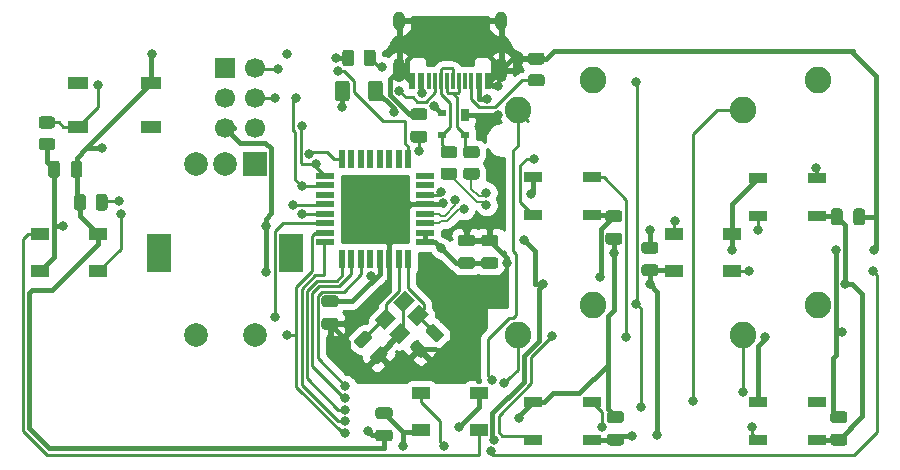
<source format=gbl>
G04 #@! TF.GenerationSoftware,KiCad,Pcbnew,(5.1.9-0-10_14)*
G04 #@! TF.CreationDate,2021-03-17T22:28:09-07:00*
G04 #@! TF.ProjectId,Croaky4,43726f61-6b79-4342-9e6b-696361645f70,rev?*
G04 #@! TF.SameCoordinates,Original*
G04 #@! TF.FileFunction,Copper,L2,Bot*
G04 #@! TF.FilePolarity,Positive*
%FSLAX46Y46*%
G04 Gerber Fmt 4.6, Leading zero omitted, Abs format (unit mm)*
G04 Created by KiCad (PCBNEW (5.1.9-0-10_14)) date 2021-03-17 22:28:09*
%MOMM*%
%LPD*%
G01*
G04 APERTURE LIST*
G04 #@! TA.AperFunction,SMDPad,CuDef*
%ADD10R,1.500000X1.000000*%
G04 #@! TD*
G04 #@! TA.AperFunction,SMDPad,CuDef*
%ADD11R,1.501140X0.899160*%
G04 #@! TD*
G04 #@! TA.AperFunction,ComponentPad*
%ADD12C,2.250000*%
G04 #@! TD*
G04 #@! TA.AperFunction,SMDPad,CuDef*
%ADD13R,1.600000X0.550000*%
G04 #@! TD*
G04 #@! TA.AperFunction,SMDPad,CuDef*
%ADD14R,0.550000X1.600000*%
G04 #@! TD*
G04 #@! TA.AperFunction,SMDPad,CuDef*
%ADD15R,0.700000X1.000000*%
G04 #@! TD*
G04 #@! TA.AperFunction,SMDPad,CuDef*
%ADD16R,0.700000X0.600000*%
G04 #@! TD*
G04 #@! TA.AperFunction,SMDPad,CuDef*
%ADD17R,0.600000X1.450000*%
G04 #@! TD*
G04 #@! TA.AperFunction,SMDPad,CuDef*
%ADD18R,0.300000X1.450000*%
G04 #@! TD*
G04 #@! TA.AperFunction,ComponentPad*
%ADD19O,1.000000X2.100000*%
G04 #@! TD*
G04 #@! TA.AperFunction,ComponentPad*
%ADD20O,1.000000X1.600000*%
G04 #@! TD*
G04 #@! TA.AperFunction,ComponentPad*
%ADD21R,2.000000X2.000000*%
G04 #@! TD*
G04 #@! TA.AperFunction,ComponentPad*
%ADD22C,2.000000*%
G04 #@! TD*
G04 #@! TA.AperFunction,WasherPad*
%ADD23R,2.000000X3.200000*%
G04 #@! TD*
G04 #@! TA.AperFunction,ComponentPad*
%ADD24R,1.700000X1.700000*%
G04 #@! TD*
G04 #@! TA.AperFunction,ComponentPad*
%ADD25C,1.700000*%
G04 #@! TD*
G04 #@! TA.AperFunction,SMDPad,CuDef*
%ADD26C,0.100000*%
G04 #@! TD*
G04 #@! TA.AperFunction,SMDPad,CuDef*
%ADD27R,1.800000X1.100000*%
G04 #@! TD*
G04 #@! TA.AperFunction,ViaPad*
%ADD28C,0.800000*%
G04 #@! TD*
G04 #@! TA.AperFunction,Conductor*
%ADD29C,0.381000*%
G04 #@! TD*
G04 #@! TA.AperFunction,Conductor*
%ADD30C,0.254000*%
G04 #@! TD*
G04 #@! TA.AperFunction,Conductor*
%ADD31C,0.200000*%
G04 #@! TD*
G04 #@! TA.AperFunction,Conductor*
%ADD32C,0.100000*%
G04 #@! TD*
G04 APERTURE END LIST*
D10*
G04 #@! TO.P,D2,1*
G04 #@! TO.N,+5V*
X-41343750Y4781750D03*
G04 #@! TO.P,D2,2*
G04 #@! TO.N,Net-(D2-Pad2)*
X-41343750Y7981750D03*
G04 #@! TO.P,D2,4*
G04 #@! TO.N,Net-(D1-Pad2)*
X-36443750Y4781750D03*
G04 #@! TO.P,D2,3*
G04 #@! TO.N,GND*
X-36443750Y7981750D03*
G04 #@! TD*
D11*
G04 #@! TO.P,D6,1*
G04 #@! TO.N,+5V*
X-26869390Y3956050D03*
G04 #@! TO.P,D6,2*
G04 #@! TO.N,Net-(D6-Pad2)*
X-26869390Y7156450D03*
G04 #@! TO.P,D6,3*
G04 #@! TO.N,GND*
X-31868110Y7156450D03*
G04 #@! TO.P,D6,4*
G04 #@! TO.N,Net-(D5-Pad2)*
X-31868110Y3956050D03*
G04 #@! TD*
G04 #@! TO.P,D7,4*
G04 #@! TO.N,Net-(D6-Pad2)*
X-12818110Y3956050D03*
G04 #@! TO.P,D7,3*
G04 #@! TO.N,GND*
X-12818110Y7156450D03*
G04 #@! TO.P,D7,2*
G04 #@! TO.N,Net-(D7-Pad2)*
X-7819390Y7156450D03*
G04 #@! TO.P,D7,1*
G04 #@! TO.N,+5V*
X-7819390Y3956050D03*
G04 #@! TD*
G04 #@! TO.P,D5,4*
G04 #@! TO.N,Net-(D4-Pad2)*
X-31868110Y23006050D03*
G04 #@! TO.P,D5,3*
G04 #@! TO.N,GND*
X-31868110Y26206450D03*
G04 #@! TO.P,D5,2*
G04 #@! TO.N,Net-(D5-Pad2)*
X-26869390Y26206450D03*
G04 #@! TO.P,D5,1*
G04 #@! TO.N,+5V*
X-26869390Y23006050D03*
G04 #@! TD*
G04 #@! TO.P,D4,4*
G04 #@! TO.N,Net-(D3-Pad2)*
X-12818110Y22910800D03*
G04 #@! TO.P,D4,3*
G04 #@! TO.N,GND*
X-12818110Y26111200D03*
G04 #@! TO.P,D4,2*
G04 #@! TO.N,Net-(D4-Pad2)*
X-7819390Y26111200D03*
G04 #@! TO.P,D4,1*
G04 #@! TO.N,+5V*
X-7819390Y22910800D03*
G04 #@! TD*
D12*
G04 #@! TO.P,MX2,2*
G04 #@! TO.N,ROW0*
X-26828750Y15398750D03*
G04 #@! TO.P,MX2,1*
G04 #@! TO.N,COL1*
X-33178750Y12858750D03*
G04 #@! TD*
G04 #@! TO.P,C13,1*
G04 #@! TO.N,GND*
G04 #@! TA.AperFunction,SMDPad,CuDef*
G36*
G01*
X-6444000Y6403000D02*
X-5494000Y6403000D01*
G75*
G02*
X-5244000Y6153000I0J-250000D01*
G01*
X-5244000Y5653000D01*
G75*
G02*
X-5494000Y5403000I-250000J0D01*
G01*
X-6444000Y5403000D01*
G75*
G02*
X-6694000Y5653000I0J250000D01*
G01*
X-6694000Y6153000D01*
G75*
G02*
X-6444000Y6403000I250000J0D01*
G01*
G37*
G04 #@! TD.AperFunction*
G04 #@! TO.P,C13,2*
G04 #@! TO.N,+5V*
G04 #@! TA.AperFunction,SMDPad,CuDef*
G36*
G01*
X-6444000Y4503000D02*
X-5494000Y4503000D01*
G75*
G02*
X-5244000Y4253000I0J-250000D01*
G01*
X-5244000Y3753000D01*
G75*
G02*
X-5494000Y3503000I-250000J0D01*
G01*
X-6444000Y3503000D01*
G75*
G02*
X-6694000Y3753000I0J250000D01*
G01*
X-6694000Y4253000D01*
G75*
G02*
X-6444000Y4503000I250000J0D01*
G01*
G37*
G04 #@! TD.AperFunction*
G04 #@! TD*
G04 #@! TO.P,C12,1*
G04 #@! TO.N,GND*
G04 #@! TA.AperFunction,SMDPad,CuDef*
G36*
G01*
X-25367000Y6403000D02*
X-24417000Y6403000D01*
G75*
G02*
X-24167000Y6153000I0J-250000D01*
G01*
X-24167000Y5653000D01*
G75*
G02*
X-24417000Y5403000I-250000J0D01*
G01*
X-25367000Y5403000D01*
G75*
G02*
X-25617000Y5653000I0J250000D01*
G01*
X-25617000Y6153000D01*
G75*
G02*
X-25367000Y6403000I250000J0D01*
G01*
G37*
G04 #@! TD.AperFunction*
G04 #@! TO.P,C12,2*
G04 #@! TO.N,+5V*
G04 #@! TA.AperFunction,SMDPad,CuDef*
G36*
G01*
X-25367000Y4503000D02*
X-24417000Y4503000D01*
G75*
G02*
X-24167000Y4253000I0J-250000D01*
G01*
X-24167000Y3753000D01*
G75*
G02*
X-24417000Y3503000I-250000J0D01*
G01*
X-25367000Y3503000D01*
G75*
G02*
X-25617000Y3753000I0J250000D01*
G01*
X-25617000Y4253000D01*
G75*
G02*
X-25367000Y4503000I250000J0D01*
G01*
G37*
G04 #@! TD.AperFunction*
G04 #@! TD*
G04 #@! TO.P,C11,2*
G04 #@! TO.N,+5V*
G04 #@! TA.AperFunction,SMDPad,CuDef*
G36*
G01*
X-24544000Y22421000D02*
X-25494000Y22421000D01*
G75*
G02*
X-25744000Y22671000I0J250000D01*
G01*
X-25744000Y23171000D01*
G75*
G02*
X-25494000Y23421000I250000J0D01*
G01*
X-24544000Y23421000D01*
G75*
G02*
X-24294000Y23171000I0J-250000D01*
G01*
X-24294000Y22671000D01*
G75*
G02*
X-24544000Y22421000I-250000J0D01*
G01*
G37*
G04 #@! TD.AperFunction*
G04 #@! TO.P,C11,1*
G04 #@! TO.N,GND*
G04 #@! TA.AperFunction,SMDPad,CuDef*
G36*
G01*
X-24544000Y20521000D02*
X-25494000Y20521000D01*
G75*
G02*
X-25744000Y20771000I0J250000D01*
G01*
X-25744000Y21271000D01*
G75*
G02*
X-25494000Y21521000I250000J0D01*
G01*
X-24544000Y21521000D01*
G75*
G02*
X-24294000Y21271000I0J-250000D01*
G01*
X-24294000Y20771000D01*
G75*
G02*
X-24544000Y20521000I-250000J0D01*
G01*
G37*
G04 #@! TD.AperFunction*
G04 #@! TD*
G04 #@! TO.P,C10,2*
G04 #@! TO.N,+5V*
G04 #@! TA.AperFunction,SMDPad,CuDef*
G36*
G01*
X-5657000Y23335000D02*
X-5657000Y22385000D01*
G75*
G02*
X-5907000Y22135000I-250000J0D01*
G01*
X-6407000Y22135000D01*
G75*
G02*
X-6657000Y22385000I0J250000D01*
G01*
X-6657000Y23335000D01*
G75*
G02*
X-6407000Y23585000I250000J0D01*
G01*
X-5907000Y23585000D01*
G75*
G02*
X-5657000Y23335000I0J-250000D01*
G01*
G37*
G04 #@! TD.AperFunction*
G04 #@! TO.P,C10,1*
G04 #@! TO.N,GND*
G04 #@! TA.AperFunction,SMDPad,CuDef*
G36*
G01*
X-3757000Y23335000D02*
X-3757000Y22385000D01*
G75*
G02*
X-4007000Y22135000I-250000J0D01*
G01*
X-4507000Y22135000D01*
G75*
G02*
X-4757000Y22385000I0J250000D01*
G01*
X-4757000Y23335000D01*
G75*
G02*
X-4507000Y23585000I250000J0D01*
G01*
X-4007000Y23585000D01*
G75*
G02*
X-3757000Y23335000I0J-250000D01*
G01*
G37*
G04 #@! TD.AperFunction*
G04 #@! TD*
D13*
G04 #@! TO.P,U2,32*
G04 #@! TO.N,+5V*
X-40993750Y20726750D03*
G04 #@! TO.P,U2,31*
X-40993750Y21526750D03*
G04 #@! TO.P,U2,30*
G04 #@! TO.N,D-*
X-40993750Y22326750D03*
G04 #@! TO.P,U2,29*
G04 #@! TO.N,D+*
X-40993750Y23126750D03*
G04 #@! TO.P,U2,28*
G04 #@! TO.N,GND*
X-40993750Y23926750D03*
G04 #@! TO.P,U2,27*
G04 #@! TO.N,Net-(C6-Pad1)*
X-40993750Y24726750D03*
G04 #@! TO.P,U2,26*
G04 #@! TO.N,Net-(U2-Pad26)*
X-40993750Y25526750D03*
G04 #@! TO.P,U2,25*
G04 #@! TO.N,Net-(U2-Pad25)*
X-40993750Y26326750D03*
D14*
G04 #@! TO.P,U2,24*
G04 #@! TO.N,RESET*
X-42443750Y27776750D03*
G04 #@! TO.P,U2,23*
G04 #@! TO.N,Net-(U2-Pad23)*
X-43243750Y27776750D03*
G04 #@! TO.P,U2,22*
G04 #@! TO.N,Net-(U2-Pad22)*
X-44043750Y27776750D03*
G04 #@! TO.P,U2,21*
G04 #@! TO.N,Net-(U2-Pad21)*
X-44843750Y27776750D03*
G04 #@! TO.P,U2,20*
G04 #@! TO.N,Net-(U2-Pad20)*
X-45643750Y27776750D03*
G04 #@! TO.P,U2,19*
G04 #@! TO.N,Net-(U2-Pad19)*
X-46443750Y27776750D03*
G04 #@! TO.P,U2,18*
G04 #@! TO.N,Net-(U2-Pad18)*
X-47243750Y27776750D03*
G04 #@! TO.P,U2,17*
G04 #@! TO.N,MISO*
X-48043750Y27776750D03*
D13*
G04 #@! TO.P,U2,16*
G04 #@! TO.N,ENCA*
X-49493750Y26326750D03*
G04 #@! TO.P,U2,15*
G04 #@! TO.N,ENCB*
X-49493750Y25526750D03*
G04 #@! TO.P,U2,14*
G04 #@! TO.N,Net-(U2-Pad14)*
X-49493750Y24726750D03*
G04 #@! TO.P,U2,13*
G04 #@! TO.N,Net-(R6-Pad2)*
X-49493750Y23926750D03*
G04 #@! TO.P,U2,12*
G04 #@! TO.N,RGBLED*
X-49493750Y23126750D03*
G04 #@! TO.P,U2,11*
G04 #@! TO.N,COL4*
X-49493750Y22326750D03*
G04 #@! TO.P,U2,10*
G04 #@! TO.N,ROW0*
X-49493750Y21526750D03*
G04 #@! TO.P,U2,9*
G04 #@! TO.N,COL2*
X-49493750Y20726750D03*
D14*
G04 #@! TO.P,U2,8*
G04 #@! TO.N,COL3*
X-48043750Y19276750D03*
G04 #@! TO.P,U2,7*
G04 #@! TO.N,COL1*
X-47243750Y19276750D03*
G04 #@! TO.P,U2,6*
G04 #@! TO.N,COL0*
X-46443750Y19276750D03*
G04 #@! TO.P,U2,5*
G04 #@! TO.N,Net-(U2-Pad5)*
X-45643750Y19276750D03*
G04 #@! TO.P,U2,4*
G04 #@! TO.N,+5V*
X-44843750Y19276750D03*
G04 #@! TO.P,U2,3*
G04 #@! TO.N,GND*
X-44043750Y19276750D03*
G04 #@! TO.P,U2,2*
G04 #@! TO.N,Net-(C4-Pad1)*
X-43243750Y19276750D03*
G04 #@! TO.P,U2,1*
G04 #@! TO.N,Net-(C3-Pad1)*
X-42443750Y19276750D03*
G04 #@! TD*
D15*
G04 #@! TO.P,U1,1*
G04 #@! TO.N,GND*
X-37608000Y31484000D03*
D16*
G04 #@! TO.P,U1,4*
G04 #@! TO.N,VCC*
X-39608000Y31684000D03*
G04 #@! TO.P,U1,2*
G04 #@! TO.N,Net-(R5-Pad1)*
X-37608000Y29784000D03*
G04 #@! TO.P,U1,3*
G04 #@! TO.N,Net-(R4-Pad2)*
X-39608000Y29784000D03*
G04 #@! TD*
G04 #@! TO.P,C6,2*
G04 #@! TO.N,GND*
G04 #@! TA.AperFunction,SMDPad,CuDef*
G36*
G01*
X-41054000Y31057000D02*
X-42004000Y31057000D01*
G75*
G02*
X-42254000Y31307000I0J250000D01*
G01*
X-42254000Y31807000D01*
G75*
G02*
X-42004000Y32057000I250000J0D01*
G01*
X-41054000Y32057000D01*
G75*
G02*
X-40804000Y31807000I0J-250000D01*
G01*
X-40804000Y31307000D01*
G75*
G02*
X-41054000Y31057000I-250000J0D01*
G01*
G37*
G04 #@! TD.AperFunction*
G04 #@! TO.P,C6,1*
G04 #@! TO.N,Net-(C6-Pad1)*
G04 #@! TA.AperFunction,SMDPad,CuDef*
G36*
G01*
X-41054000Y29157000D02*
X-42004000Y29157000D01*
G75*
G02*
X-42254000Y29407000I0J250000D01*
G01*
X-42254000Y29907000D01*
G75*
G02*
X-42004000Y30157000I250000J0D01*
G01*
X-41054000Y30157000D01*
G75*
G02*
X-40804000Y29907000I0J-250000D01*
G01*
X-40804000Y29407000D01*
G75*
G02*
X-41054000Y29157000I-250000J0D01*
G01*
G37*
G04 #@! TD.AperFunction*
G04 #@! TD*
G04 #@! TO.P,C5,2*
G04 #@! TO.N,GND*
G04 #@! TA.AperFunction,SMDPad,CuDef*
G36*
G01*
X-35053250Y20357250D02*
X-36003250Y20357250D01*
G75*
G02*
X-36253250Y20607250I0J250000D01*
G01*
X-36253250Y21107250D01*
G75*
G02*
X-36003250Y21357250I250000J0D01*
G01*
X-35053250Y21357250D01*
G75*
G02*
X-34803250Y21107250I0J-250000D01*
G01*
X-34803250Y20607250D01*
G75*
G02*
X-35053250Y20357250I-250000J0D01*
G01*
G37*
G04 #@! TD.AperFunction*
G04 #@! TO.P,C5,1*
G04 #@! TO.N,+5V*
G04 #@! TA.AperFunction,SMDPad,CuDef*
G36*
G01*
X-35053250Y18457250D02*
X-36003250Y18457250D01*
G75*
G02*
X-36253250Y18707250I0J250000D01*
G01*
X-36253250Y19207250D01*
G75*
G02*
X-36003250Y19457250I250000J0D01*
G01*
X-35053250Y19457250D01*
G75*
G02*
X-34803250Y19207250I0J-250000D01*
G01*
X-34803250Y18707250D01*
G75*
G02*
X-35053250Y18457250I-250000J0D01*
G01*
G37*
G04 #@! TD.AperFunction*
G04 #@! TD*
G04 #@! TO.P,C1,2*
G04 #@! TO.N,GND*
G04 #@! TA.AperFunction,SMDPad,CuDef*
G36*
G01*
X-37021750Y20357250D02*
X-37971750Y20357250D01*
G75*
G02*
X-38221750Y20607250I0J250000D01*
G01*
X-38221750Y21107250D01*
G75*
G02*
X-37971750Y21357250I250000J0D01*
G01*
X-37021750Y21357250D01*
G75*
G02*
X-36771750Y21107250I0J-250000D01*
G01*
X-36771750Y20607250D01*
G75*
G02*
X-37021750Y20357250I-250000J0D01*
G01*
G37*
G04 #@! TD.AperFunction*
G04 #@! TO.P,C1,1*
G04 #@! TO.N,+5V*
G04 #@! TA.AperFunction,SMDPad,CuDef*
G36*
G01*
X-37021750Y18457250D02*
X-37971750Y18457250D01*
G75*
G02*
X-38221750Y18707250I0J250000D01*
G01*
X-38221750Y19207250D01*
G75*
G02*
X-37971750Y19457250I250000J0D01*
G01*
X-37021750Y19457250D01*
G75*
G02*
X-36771750Y19207250I0J-250000D01*
G01*
X-36771750Y18707250D01*
G75*
G02*
X-37021750Y18457250I-250000J0D01*
G01*
G37*
G04 #@! TD.AperFunction*
G04 #@! TD*
D12*
G04 #@! TO.P,MX4,2*
G04 #@! TO.N,ROW0*
X-7778750Y15398750D03*
G04 #@! TO.P,MX4,1*
G04 #@! TO.N,COL3*
X-14128750Y12858750D03*
G04 #@! TD*
G04 #@! TO.P,MX3,2*
G04 #@! TO.N,ROW0*
X-7778750Y34448750D03*
G04 #@! TO.P,MX3,1*
G04 #@! TO.N,COL2*
X-14128750Y31908750D03*
G04 #@! TD*
G04 #@! TO.P,MX1,2*
G04 #@! TO.N,ROW0*
X-26828750Y34448750D03*
G04 #@! TO.P,MX1,1*
G04 #@! TO.N,COL0*
X-33178750Y31908750D03*
G04 #@! TD*
G04 #@! TO.P,R4,2*
G04 #@! TO.N,Net-(R4-Pad2)*
G04 #@! TA.AperFunction,SMDPad,CuDef*
G36*
G01*
X-38538998Y27832000D02*
X-39439002Y27832000D01*
G75*
G02*
X-39689000Y28081998I0J249998D01*
G01*
X-39689000Y28607002D01*
G75*
G02*
X-39439002Y28857000I249998J0D01*
G01*
X-38538998Y28857000D01*
G75*
G02*
X-38289000Y28607002I0J-249998D01*
G01*
X-38289000Y28081998D01*
G75*
G02*
X-38538998Y27832000I-249998J0D01*
G01*
G37*
G04 #@! TD.AperFunction*
G04 #@! TO.P,R4,1*
G04 #@! TO.N,D-*
G04 #@! TA.AperFunction,SMDPad,CuDef*
G36*
G01*
X-38538998Y26007000D02*
X-39439002Y26007000D01*
G75*
G02*
X-39689000Y26256998I0J249998D01*
G01*
X-39689000Y26782002D01*
G75*
G02*
X-39439002Y27032000I249998J0D01*
G01*
X-38538998Y27032000D01*
G75*
G02*
X-38289000Y26782002I0J-249998D01*
G01*
X-38289000Y26256998D01*
G75*
G02*
X-38538998Y26007000I-249998J0D01*
G01*
G37*
G04 #@! TD.AperFunction*
G04 #@! TD*
D17*
G04 #@! TO.P,USB1,12*
G04 #@! TO.N,GND*
X-35668750Y34373750D03*
G04 #@! TO.P,USB1,1*
X-42118750Y34373750D03*
G04 #@! TO.P,USB1,11*
G04 #@! TO.N,VCC*
X-36443750Y34373750D03*
G04 #@! TO.P,USB1,2*
X-41343750Y34373750D03*
D18*
G04 #@! TO.P,USB1,3*
G04 #@! TO.N,Net-(USB1-Pad3)*
X-40643750Y34373750D03*
G04 #@! TO.P,USB1,10*
G04 #@! TO.N,Net-(R1-Pad1)*
X-37143750Y34373750D03*
G04 #@! TO.P,USB1,4*
G04 #@! TO.N,Net-(R2-Pad1)*
X-40143750Y34373750D03*
G04 #@! TO.P,USB1,9*
G04 #@! TO.N,Net-(USB1-Pad9)*
X-37643750Y34373750D03*
G04 #@! TO.P,USB1,5*
G04 #@! TO.N,Net-(R4-Pad2)*
X-39643750Y34373750D03*
G04 #@! TO.P,USB1,8*
G04 #@! TO.N,Net-(R5-Pad1)*
X-38143750Y34373750D03*
G04 #@! TO.P,USB1,7*
G04 #@! TO.N,Net-(R4-Pad2)*
X-38643750Y34373750D03*
G04 #@! TO.P,USB1,6*
G04 #@! TO.N,Net-(R5-Pad1)*
X-39143750Y34373750D03*
D19*
G04 #@! TO.P,USB1,13*
G04 #@! TO.N,GND*
X-43213750Y35288750D03*
X-34573750Y35288750D03*
D20*
X-43213750Y39468750D03*
X-34573750Y39468750D03*
G04 #@! TD*
G04 #@! TO.P,R5,2*
G04 #@! TO.N,D+*
G04 #@! TA.AperFunction,SMDPad,CuDef*
G36*
G01*
X-37534002Y27032000D02*
X-36633998Y27032000D01*
G75*
G02*
X-36384000Y26782002I0J-249998D01*
G01*
X-36384000Y26256998D01*
G75*
G02*
X-36633998Y26007000I-249998J0D01*
G01*
X-37534002Y26007000D01*
G75*
G02*
X-37784000Y26256998I0J249998D01*
G01*
X-37784000Y26782002D01*
G75*
G02*
X-37534002Y27032000I249998J0D01*
G01*
G37*
G04 #@! TD.AperFunction*
G04 #@! TO.P,R5,1*
G04 #@! TO.N,Net-(R5-Pad1)*
G04 #@! TA.AperFunction,SMDPad,CuDef*
G36*
G01*
X-37534002Y28857000D02*
X-36633998Y28857000D01*
G75*
G02*
X-36384000Y28607002I0J-249998D01*
G01*
X-36384000Y28081998D01*
G75*
G02*
X-36633998Y27832000I-249998J0D01*
G01*
X-37534002Y27832000D01*
G75*
G02*
X-37784000Y28081998I0J249998D01*
G01*
X-37784000Y28607002D01*
G75*
G02*
X-37534002Y28857000I249998J0D01*
G01*
G37*
G04 #@! TD.AperFunction*
G04 #@! TD*
D21*
G04 #@! TO.P,SW2,A*
G04 #@! TO.N,ENCA*
X-55443750Y27343750D03*
D22*
G04 #@! TO.P,SW2,C*
G04 #@! TO.N,GND*
X-57943750Y27343750D03*
G04 #@! TO.P,SW2,B*
G04 #@! TO.N,ENCB*
X-60443750Y27343750D03*
D23*
G04 #@! TO.P,SW2,*
G04 #@! TO.N,*
X-52343750Y19843750D03*
X-63543750Y19843750D03*
D22*
G04 #@! TO.P,SW2,S2*
G04 #@! TO.N,ROW0*
X-55443750Y12843750D03*
G04 #@! TO.P,SW2,S1*
G04 #@! TO.N,COL4*
X-60443750Y12843750D03*
G04 #@! TD*
D24*
G04 #@! TO.P,J1,6*
G04 #@! TO.N,GND*
X-57943750Y35464750D03*
D25*
G04 #@! TO.P,J1,5*
G04 #@! TO.N,RESET*
X-55403750Y35464750D03*
G04 #@! TO.P,J1,4*
G04 #@! TO.N,ENCA*
X-57943750Y32924750D03*
G04 #@! TO.P,J1,3*
G04 #@! TO.N,ENCB*
X-55403750Y32924750D03*
G04 #@! TO.P,J1,2*
G04 #@! TO.N,+5V*
X-57943750Y30384750D03*
G04 #@! TO.P,J1,1*
G04 #@! TO.N,MISO*
X-55403750Y30384750D03*
G04 #@! TD*
G04 #@! TO.P,C9,2*
G04 #@! TO.N,+5V*
G04 #@! TA.AperFunction,SMDPad,CuDef*
G36*
G01*
X-22446000Y18854000D02*
X-21496000Y18854000D01*
G75*
G02*
X-21246000Y18604000I0J-250000D01*
G01*
X-21246000Y18104000D01*
G75*
G02*
X-21496000Y17854000I-250000J0D01*
G01*
X-22446000Y17854000D01*
G75*
G02*
X-22696000Y18104000I0J250000D01*
G01*
X-22696000Y18604000D01*
G75*
G02*
X-22446000Y18854000I250000J0D01*
G01*
G37*
G04 #@! TD.AperFunction*
G04 #@! TO.P,C9,1*
G04 #@! TO.N,GND*
G04 #@! TA.AperFunction,SMDPad,CuDef*
G36*
G01*
X-22446000Y20754000D02*
X-21496000Y20754000D01*
G75*
G02*
X-21246000Y20504000I0J-250000D01*
G01*
X-21246000Y20004000D01*
G75*
G02*
X-21496000Y19754000I-250000J0D01*
G01*
X-22446000Y19754000D01*
G75*
G02*
X-22696000Y20004000I0J250000D01*
G01*
X-22696000Y20504000D01*
G75*
G02*
X-22446000Y20754000I250000J0D01*
G01*
G37*
G04 #@! TD.AperFunction*
G04 #@! TD*
G04 #@! TO.P,C8,2*
G04 #@! TO.N,+5V*
G04 #@! TA.AperFunction,SMDPad,CuDef*
G36*
G01*
X-44006750Y5752250D02*
X-44956750Y5752250D01*
G75*
G02*
X-45206750Y6002250I0J250000D01*
G01*
X-45206750Y6502250D01*
G75*
G02*
X-44956750Y6752250I250000J0D01*
G01*
X-44006750Y6752250D01*
G75*
G02*
X-43756750Y6502250I0J-250000D01*
G01*
X-43756750Y6002250D01*
G75*
G02*
X-44006750Y5752250I-250000J0D01*
G01*
G37*
G04 #@! TD.AperFunction*
G04 #@! TO.P,C8,1*
G04 #@! TO.N,GND*
G04 #@! TA.AperFunction,SMDPad,CuDef*
G36*
G01*
X-44006750Y3852250D02*
X-44956750Y3852250D01*
G75*
G02*
X-45206750Y4102250I0J250000D01*
G01*
X-45206750Y4602250D01*
G75*
G02*
X-44956750Y4852250I250000J0D01*
G01*
X-44006750Y4852250D01*
G75*
G02*
X-43756750Y4602250I0J-250000D01*
G01*
X-43756750Y4102250D01*
G75*
G02*
X-44006750Y3852250I-250000J0D01*
G01*
G37*
G04 #@! TD.AperFunction*
G04 #@! TD*
G04 #@! TO.P,C7,2*
G04 #@! TO.N,+5V*
G04 #@! TA.AperFunction,SMDPad,CuDef*
G36*
G01*
X-71919250Y27367250D02*
X-71919250Y26417250D01*
G75*
G02*
X-72169250Y26167250I-250000J0D01*
G01*
X-72669250Y26167250D01*
G75*
G02*
X-72919250Y26417250I0J250000D01*
G01*
X-72919250Y27367250D01*
G75*
G02*
X-72669250Y27617250I250000J0D01*
G01*
X-72169250Y27617250D01*
G75*
G02*
X-71919250Y27367250I0J-250000D01*
G01*
G37*
G04 #@! TD.AperFunction*
G04 #@! TO.P,C7,1*
G04 #@! TO.N,GND*
G04 #@! TA.AperFunction,SMDPad,CuDef*
G36*
G01*
X-70019250Y27367250D02*
X-70019250Y26417250D01*
G75*
G02*
X-70269250Y26167250I-250000J0D01*
G01*
X-70769250Y26167250D01*
G75*
G02*
X-71019250Y26417250I0J250000D01*
G01*
X-71019250Y27367250D01*
G75*
G02*
X-70769250Y27617250I250000J0D01*
G01*
X-70269250Y27617250D01*
G75*
G02*
X-70019250Y27367250I0J-250000D01*
G01*
G37*
G04 #@! TD.AperFunction*
G04 #@! TD*
G04 #@! TA.AperFunction,SMDPad,CuDef*
D26*
G04 #@! TO.P,Y1,4*
G04 #@! TO.N,GND*
G36*
X-42728289Y16667239D02*
G01*
X-41879761Y15818711D01*
X-42869711Y14828761D01*
X-43718239Y15677289D01*
X-42728289Y16667239D01*
G37*
G04 #@! TD.AperFunction*
G04 #@! TA.AperFunction,SMDPad,CuDef*
G04 #@! TO.P,Y1,3*
G04 #@! TO.N,Net-(C4-Pad1)*
G36*
X-44283924Y15111604D02*
G01*
X-43435396Y14263076D01*
X-44425346Y13273126D01*
X-45273874Y14121654D01*
X-44283924Y15111604D01*
G37*
G04 #@! TD.AperFunction*
G04 #@! TA.AperFunction,SMDPad,CuDef*
G04 #@! TO.P,Y1,2*
G04 #@! TO.N,GND*
G36*
X-43081843Y13909523D02*
G01*
X-42233315Y13060995D01*
X-43223265Y12071045D01*
X-44071793Y12919573D01*
X-43081843Y13909523D01*
G37*
G04 #@! TD.AperFunction*
G04 #@! TA.AperFunction,SMDPad,CuDef*
G04 #@! TO.P,Y1,1*
G04 #@! TO.N,Net-(C3-Pad1)*
G36*
X-41526208Y15465158D02*
G01*
X-40677680Y14616630D01*
X-41667630Y13626680D01*
X-42516158Y14475208D01*
X-41526208Y15465158D01*
G37*
G04 #@! TD.AperFunction*
G04 #@! TD*
D27*
G04 #@! TO.P,SW1,4*
G04 #@! TO.N,N/C*
X-70378250Y34203250D03*
G04 #@! TO.P,SW1,3*
X-64178250Y30503250D03*
G04 #@! TO.P,SW1,2*
G04 #@! TO.N,RESET*
X-70378250Y30503250D03*
G04 #@! TO.P,SW1,1*
G04 #@! TO.N,GND*
X-64178250Y34203250D03*
G04 #@! TD*
G04 #@! TO.P,R6,2*
G04 #@! TO.N,Net-(R6-Pad2)*
G04 #@! TA.AperFunction,SMDPad,CuDef*
G36*
G01*
X-68910250Y23648248D02*
X-68910250Y24548252D01*
G75*
G02*
X-68660252Y24798250I249998J0D01*
G01*
X-68135248Y24798250D01*
G75*
G02*
X-67885250Y24548252I0J-249998D01*
G01*
X-67885250Y23648248D01*
G75*
G02*
X-68135248Y23398250I-249998J0D01*
G01*
X-68660252Y23398250D01*
G75*
G02*
X-68910250Y23648248I0J249998D01*
G01*
G37*
G04 #@! TD.AperFunction*
G04 #@! TO.P,R6,1*
G04 #@! TO.N,GND*
G04 #@! TA.AperFunction,SMDPad,CuDef*
G36*
G01*
X-70735250Y23648248D02*
X-70735250Y24548252D01*
G75*
G02*
X-70485252Y24798250I249998J0D01*
G01*
X-69960248Y24798250D01*
G75*
G02*
X-69710250Y24548252I0J-249998D01*
G01*
X-69710250Y23648248D01*
G75*
G02*
X-69960248Y23398250I-249998J0D01*
G01*
X-70485252Y23398250D01*
G75*
G02*
X-70735250Y23648248I0J249998D01*
G01*
G37*
G04 #@! TD.AperFunction*
G04 #@! TD*
G04 #@! TO.P,R3,2*
G04 #@! TO.N,+5V*
G04 #@! TA.AperFunction,SMDPad,CuDef*
G36*
G01*
X-73475002Y29540250D02*
X-72574998Y29540250D01*
G75*
G02*
X-72325000Y29290252I0J-249998D01*
G01*
X-72325000Y28765248D01*
G75*
G02*
X-72574998Y28515250I-249998J0D01*
G01*
X-73475002Y28515250D01*
G75*
G02*
X-73725000Y28765248I0J249998D01*
G01*
X-73725000Y29290252D01*
G75*
G02*
X-73475002Y29540250I249998J0D01*
G01*
G37*
G04 #@! TD.AperFunction*
G04 #@! TO.P,R3,1*
G04 #@! TO.N,RESET*
G04 #@! TA.AperFunction,SMDPad,CuDef*
G36*
G01*
X-73475002Y31365250D02*
X-72574998Y31365250D01*
G75*
G02*
X-72325000Y31115252I0J-249998D01*
G01*
X-72325000Y30590248D01*
G75*
G02*
X-72574998Y30340250I-249998J0D01*
G01*
X-73475002Y30340250D01*
G75*
G02*
X-73725000Y30590248I0J249998D01*
G01*
X-73725000Y31115252D01*
G75*
G02*
X-73475002Y31365250I249998J0D01*
G01*
G37*
G04 #@! TD.AperFunction*
G04 #@! TD*
G04 #@! TO.P,R2,2*
G04 #@! TO.N,GND*
G04 #@! TA.AperFunction,SMDPad,CuDef*
G36*
G01*
X-47009000Y36772002D02*
X-47009000Y35871998D01*
G75*
G02*
X-47258998Y35622000I-249998J0D01*
G01*
X-47784002Y35622000D01*
G75*
G02*
X-48034000Y35871998I0J249998D01*
G01*
X-48034000Y36772002D01*
G75*
G02*
X-47784002Y37022000I249998J0D01*
G01*
X-47258998Y37022000D01*
G75*
G02*
X-47009000Y36772002I0J-249998D01*
G01*
G37*
G04 #@! TD.AperFunction*
G04 #@! TO.P,R2,1*
G04 #@! TO.N,Net-(R2-Pad1)*
G04 #@! TA.AperFunction,SMDPad,CuDef*
G36*
G01*
X-45184000Y36772002D02*
X-45184000Y35871998D01*
G75*
G02*
X-45433998Y35622000I-249998J0D01*
G01*
X-45959002Y35622000D01*
G75*
G02*
X-46209000Y35871998I0J249998D01*
G01*
X-46209000Y36772002D01*
G75*
G02*
X-45959002Y37022000I249998J0D01*
G01*
X-45433998Y37022000D01*
G75*
G02*
X-45184000Y36772002I0J-249998D01*
G01*
G37*
G04 #@! TD.AperFunction*
G04 #@! TD*
G04 #@! TO.P,R1,2*
G04 #@! TO.N,GND*
G04 #@! TA.AperFunction,SMDPad,CuDef*
G36*
G01*
X-31141248Y35737750D02*
X-32041252Y35737750D01*
G75*
G02*
X-32291250Y35987748I0J249998D01*
G01*
X-32291250Y36512752D01*
G75*
G02*
X-32041252Y36762750I249998J0D01*
G01*
X-31141248Y36762750D01*
G75*
G02*
X-30891250Y36512752I0J-249998D01*
G01*
X-30891250Y35987748D01*
G75*
G02*
X-31141248Y35737750I-249998J0D01*
G01*
G37*
G04 #@! TD.AperFunction*
G04 #@! TO.P,R1,1*
G04 #@! TO.N,Net-(R1-Pad1)*
G04 #@! TA.AperFunction,SMDPad,CuDef*
G36*
G01*
X-31141248Y33912750D02*
X-32041252Y33912750D01*
G75*
G02*
X-32291250Y34162748I0J249998D01*
G01*
X-32291250Y34687752D01*
G75*
G02*
X-32041252Y34937750I249998J0D01*
G01*
X-31141248Y34937750D01*
G75*
G02*
X-30891250Y34687752I0J-249998D01*
G01*
X-30891250Y34162748D01*
G75*
G02*
X-31141248Y33912750I-249998J0D01*
G01*
G37*
G04 #@! TD.AperFunction*
G04 #@! TD*
G04 #@! TO.P,F1,2*
G04 #@! TO.N,VCC*
G04 #@! TA.AperFunction,SMDPad,CuDef*
G36*
G01*
X-45834000Y32903000D02*
X-45834000Y34153000D01*
G75*
G02*
X-45584000Y34403000I250000J0D01*
G01*
X-44834000Y34403000D01*
G75*
G02*
X-44584000Y34153000I0J-250000D01*
G01*
X-44584000Y32903000D01*
G75*
G02*
X-44834000Y32653000I-250000J0D01*
G01*
X-45584000Y32653000D01*
G75*
G02*
X-45834000Y32903000I0J250000D01*
G01*
G37*
G04 #@! TD.AperFunction*
G04 #@! TO.P,F1,1*
G04 #@! TO.N,+5V*
G04 #@! TA.AperFunction,SMDPad,CuDef*
G36*
G01*
X-48634000Y32903000D02*
X-48634000Y34153000D01*
G75*
G02*
X-48384000Y34403000I250000J0D01*
G01*
X-47634000Y34403000D01*
G75*
G02*
X-47384000Y34153000I0J-250000D01*
G01*
X-47384000Y32903000D01*
G75*
G02*
X-47634000Y32653000I-250000J0D01*
G01*
X-48384000Y32653000D01*
G75*
G02*
X-48634000Y32903000I0J250000D01*
G01*
G37*
G04 #@! TD.AperFunction*
G04 #@! TD*
D10*
G04 #@! TO.P,D3,1*
G04 #@! TO.N,+5V*
X-19912500Y18243750D03*
G04 #@! TO.P,D3,2*
G04 #@! TO.N,Net-(D3-Pad2)*
X-19912500Y21443750D03*
G04 #@! TO.P,D3,4*
G04 #@! TO.N,Net-(D2-Pad2)*
X-15012500Y18243750D03*
G04 #@! TO.P,D3,3*
G04 #@! TO.N,GND*
X-15012500Y21443750D03*
G04 #@! TD*
G04 #@! TO.P,D1,1*
G04 #@! TO.N,+5V*
X-73601750Y18243750D03*
G04 #@! TO.P,D1,2*
G04 #@! TO.N,Net-(D1-Pad2)*
X-73601750Y21443750D03*
G04 #@! TO.P,D1,4*
G04 #@! TO.N,RGBLED*
X-68701750Y18243750D03*
G04 #@! TO.P,D1,3*
G04 #@! TO.N,GND*
X-68701750Y21443750D03*
G04 #@! TD*
G04 #@! TO.P,C4,2*
G04 #@! TO.N,GND*
G04 #@! TA.AperFunction,SMDPad,CuDef*
G36*
G01*
X-45610678Y11156927D02*
X-44938927Y11828678D01*
G75*
G02*
X-44585373Y11828678I176777J-176777D01*
G01*
X-44231820Y11475125D01*
G75*
G02*
X-44231820Y11121571I-176777J-176777D01*
G01*
X-44903571Y10449820D01*
G75*
G02*
X-45257125Y10449820I-176777J176777D01*
G01*
X-45610678Y10803373D01*
G75*
G02*
X-45610678Y11156927I176777J176777D01*
G01*
G37*
G04 #@! TD.AperFunction*
G04 #@! TO.P,C4,1*
G04 #@! TO.N,Net-(C4-Pad1)*
G04 #@! TA.AperFunction,SMDPad,CuDef*
G36*
G01*
X-46954180Y12500429D02*
X-46282429Y13172180D01*
G75*
G02*
X-45928875Y13172180I176777J-176777D01*
G01*
X-45575322Y12818627D01*
G75*
G02*
X-45575322Y12465073I-176777J-176777D01*
G01*
X-46247073Y11793322D01*
G75*
G02*
X-46600627Y11793322I-176777J176777D01*
G01*
X-46954180Y12146875D01*
G75*
G02*
X-46954180Y12500429I176777J176777D01*
G01*
G37*
G04 #@! TD.AperFunction*
G04 #@! TD*
G04 #@! TO.P,C3,2*
G04 #@! TO.N,GND*
G04 #@! TA.AperFunction,SMDPad,CuDef*
G36*
G01*
X-41511322Y12373429D02*
X-40839571Y11701678D01*
G75*
G02*
X-40839571Y11348124I-176777J-176777D01*
G01*
X-41193124Y10994571D01*
G75*
G02*
X-41546678Y10994571I-176777J176777D01*
G01*
X-42218429Y11666322D01*
G75*
G02*
X-42218429Y12019876I176777J176777D01*
G01*
X-41864876Y12373429D01*
G75*
G02*
X-41511322Y12373429I176777J-176777D01*
G01*
G37*
G04 #@! TD.AperFunction*
G04 #@! TO.P,C3,1*
G04 #@! TO.N,Net-(C3-Pad1)*
G04 #@! TA.AperFunction,SMDPad,CuDef*
G36*
G01*
X-40167820Y13716931D02*
X-39496069Y13045180D01*
G75*
G02*
X-39496069Y12691626I-176777J-176777D01*
G01*
X-39849622Y12338073D01*
G75*
G02*
X-40203176Y12338073I-176777J176777D01*
G01*
X-40874927Y13009824D01*
G75*
G02*
X-40874927Y13363378I176777J176777D01*
G01*
X-40521374Y13716931D01*
G75*
G02*
X-40167820Y13716931I176777J-176777D01*
G01*
G37*
G04 #@! TD.AperFunction*
G04 #@! TD*
G04 #@! TO.P,C2,2*
G04 #@! TO.N,GND*
G04 #@! TA.AperFunction,SMDPad,CuDef*
G36*
G01*
X-49528750Y14313750D02*
X-48578750Y14313750D01*
G75*
G02*
X-48328750Y14063750I0J-250000D01*
G01*
X-48328750Y13563750D01*
G75*
G02*
X-48578750Y13313750I-250000J0D01*
G01*
X-49528750Y13313750D01*
G75*
G02*
X-49778750Y13563750I0J250000D01*
G01*
X-49778750Y14063750D01*
G75*
G02*
X-49528750Y14313750I250000J0D01*
G01*
G37*
G04 #@! TD.AperFunction*
G04 #@! TO.P,C2,1*
G04 #@! TO.N,+5V*
G04 #@! TA.AperFunction,SMDPad,CuDef*
G36*
G01*
X-49528750Y16213750D02*
X-48578750Y16213750D01*
G75*
G02*
X-48328750Y15963750I0J-250000D01*
G01*
X-48328750Y15463750D01*
G75*
G02*
X-48578750Y15213750I-250000J0D01*
G01*
X-49528750Y15213750D01*
G75*
G02*
X-49778750Y15463750I0J250000D01*
G01*
X-49778750Y15963750D01*
G75*
G02*
X-49528750Y16213750I250000J0D01*
G01*
G37*
G04 #@! TD.AperFunction*
G04 #@! TD*
D28*
G04 #@! TO.N,GND*
X-64166750Y36681250D03*
X-68357750Y28733750D03*
X-34067750Y18954750D03*
X-45878750Y4730750D03*
X-52705000Y36681250D03*
X-48514000Y36322000D03*
X-34829750Y33940750D03*
X-34843011Y31455026D03*
X-39497000Y24003000D03*
X-37465000Y21844000D03*
X-47498000Y10795000D03*
X-43815000Y23495000D03*
X-21971000Y21717000D03*
X-14986000Y20066000D03*
X-25019000Y19812000D03*
X-32004000Y24765000D03*
X-6251500Y20066000D03*
X-12192000Y12700000D03*
X-5715000Y13081000D03*
X-38100000Y5080000D03*
X-33020000Y5842000D03*
X-3006250Y20097750D03*
G04 #@! TO.N,+5V*
X-32607250Y20923250D03*
X-54514750Y22129750D03*
X-71659750Y22129750D03*
X-39624000Y20193000D03*
X-45593000Y17876748D03*
X-54483000Y18161000D03*
X-48006000Y32131000D03*
X-21971000Y17145000D03*
X-30988000Y17145000D03*
X-26162000Y17780000D03*
X-5461000Y17145000D03*
X-21336000Y4353000D03*
X-23495000Y4318000D03*
X-42894250Y3475916D03*
X-35179009Y3973458D03*
G04 #@! TO.N,RGBLED*
X-51466750Y23145750D03*
X-66770250Y23145750D03*
G04 #@! TO.N,Net-(D2-Pad2)*
X-3048000Y18288000D03*
X-13589000Y18288000D03*
X-35433000Y3006250D03*
X-39370000Y3460260D03*
G04 #@! TO.N,VCC*
X-35782250Y32861250D03*
X-41306251Y33336748D03*
X-40255683Y32254683D03*
X-43675468Y31762532D03*
G04 #@! TO.N,COL0*
X-47746036Y8540038D03*
X-35306000Y9017000D03*
G04 #@! TO.N,COL1*
X-47783750Y7540747D03*
X-34335168Y8777232D03*
G04 #@! TO.N,COL2*
X-47783750Y5540741D03*
X-18319750Y7270849D03*
G04 #@! TO.N,COL3*
X-14128750Y8032750D03*
X-47783750Y6540744D03*
G04 #@! TO.N,Net-(R2-Pad1)*
X-43180000Y33528000D03*
X-44653468Y35531500D03*
G04 #@! TO.N,D-*
X-35814000Y23859000D03*
X-37721215Y23519303D03*
G04 #@! TO.N,D+*
X-35814000Y24909000D03*
X-38463679Y24261767D03*
G04 #@! TO.N,Net-(R6-Pad2)*
X-52173858Y23872750D03*
X-66960750Y24225250D03*
G04 #@! TO.N,ENCA*
X-51460490Y30569011D03*
X-50260250Y27336750D03*
G04 #@! TO.N,ENCB*
X-51466750Y25495250D03*
X-53752750Y32924750D03*
X-51914500Y32893000D03*
G04 #@! TO.N,COL4*
X-53721000Y14351000D03*
G04 #@! TO.N,Net-(C6-Pad1)*
X-39652644Y24992509D03*
X-41529000Y28448000D03*
G04 #@! TO.N,ROW0*
X-47783750Y4540738D03*
X-52736750Y12858750D03*
X-23114000Y15494000D03*
X-22733000Y6797750D03*
X-23114000Y34290000D03*
G04 #@! TO.N,RESET*
X-53498750Y35401250D03*
X-68738750Y34067750D03*
X-48387000Y35179000D03*
G04 #@! TO.N,MISO*
X-50796989Y28194000D03*
G04 #@! TO.N,Net-(D3-Pad2)*
X-19812000Y22507500D03*
X-12827000Y21717000D03*
G04 #@! TO.N,Net-(D4-Pad2)*
X-31750000Y27781250D03*
X-7937500Y26987500D03*
G04 #@! TO.N,Net-(D5-Pad2)*
X-24003000Y12700000D03*
X-30290746Y12743260D03*
G04 #@! TO.N,Net-(D6-Pad2)*
X-13335000Y5080000D03*
X-26035000Y5080000D03*
G04 #@! TD*
D29*
G04 #@! TO.N,GND*
X-35488750Y34373750D02*
X-34573750Y35288750D01*
X-35668750Y34373750D02*
X-35488750Y34373750D01*
X-42298750Y34373750D02*
X-43213750Y35288750D01*
X-42118750Y34373750D02*
X-42298750Y34373750D01*
X-33612250Y36250250D02*
X-34573750Y35288750D01*
X-31591250Y36250250D02*
X-33612250Y36250250D01*
X-43585750Y34916750D02*
X-43213750Y35288750D01*
X-70519250Y24394750D02*
X-70222750Y24098250D01*
X-70519250Y26892250D02*
X-70519250Y24394750D01*
X-70222750Y22964750D02*
X-68701750Y21443750D01*
X-70222750Y24098250D02*
X-70222750Y22964750D01*
X-70519250Y26892250D02*
X-70519250Y27862250D01*
X-31591250Y36250250D02*
X-30771240Y36250250D01*
X-30771240Y36250250D02*
X-30130750Y36890740D01*
X-30130750Y36890740D02*
X-4766791Y36890740D01*
X-4766791Y36770791D02*
X-2796760Y34800760D01*
X-4766791Y36890740D02*
X-4766791Y36770791D01*
X-64178250Y36669750D02*
X-64166750Y36681250D01*
X-64178250Y34203250D02*
X-64178250Y36669750D01*
X-69647750Y28733750D02*
X-69701250Y28680250D01*
X-68357750Y28733750D02*
X-69647750Y28733750D01*
X-69701250Y28680250D02*
X-64178250Y34203250D01*
X-70519250Y27862250D02*
X-69701250Y28680250D01*
X-45500250Y4352250D02*
X-45878750Y4730750D01*
X-44481750Y4352250D02*
X-45500250Y4352250D01*
X-47521500Y36322000D02*
X-48514000Y36322000D01*
X-43213750Y39463250D02*
X-43213750Y35288750D01*
X-43213750Y39468750D02*
X-43213750Y39463250D01*
X-34573750Y39468750D02*
X-34573750Y35288750D01*
X-42906668Y13236170D02*
X-43152554Y12990284D01*
D30*
X-42906668Y15640332D02*
X-42906668Y13236170D01*
D29*
X-42799000Y15748000D02*
X-42906668Y15640332D01*
X-44043750Y16546111D02*
X-46776111Y13813750D01*
X-46776111Y13813750D02*
X-49053750Y13813750D01*
X-44043750Y19276750D02*
X-44043750Y16546111D01*
X-41529000Y11684000D02*
X-40146000Y11684000D01*
X-68701750Y20562750D02*
X-72627500Y16637000D01*
X-68701750Y21443750D02*
X-68701750Y20562750D01*
X-74295000Y16637000D02*
X-74536730Y16395270D01*
X-72627500Y16637000D02*
X-74295000Y16637000D01*
X-74536730Y4980467D02*
X-72807033Y3250770D01*
X-74536730Y16395270D02*
X-74536730Y4980467D01*
X-72807033Y3250770D02*
X-44450000Y3250770D01*
X-44450000Y4320500D02*
X-44481750Y4352250D01*
X-44450000Y3250770D02*
X-44450000Y4320500D01*
X-37496750Y20857250D02*
X-35528250Y20857250D01*
X-35288249Y34754251D02*
X-35668750Y34373750D01*
X-35660309Y36534251D02*
X-35288249Y36162191D01*
X-42127191Y36534251D02*
X-35660309Y36534251D01*
X-42499251Y36162191D02*
X-42127191Y36534251D01*
X-35288249Y36162191D02*
X-35288249Y34754251D01*
X-42499251Y34969751D02*
X-42499251Y36162191D01*
X-42118750Y34589250D02*
X-42499251Y34969751D01*
X-42118750Y34373750D02*
X-42118750Y34589250D01*
X-34067750Y19396750D02*
X-34067750Y18954750D01*
X-35528250Y20857250D02*
X-34067750Y19396750D01*
X-43970501Y34531999D02*
X-43213750Y35288750D01*
X-43970501Y33175501D02*
X-43970501Y34531999D01*
X-42352000Y31557000D02*
X-43970501Y33175501D01*
X-41529000Y31557000D02*
X-42352000Y31557000D01*
X-35235750Y33940750D02*
X-35668750Y34373750D01*
X-34829750Y33940750D02*
X-35235750Y33940750D01*
X-34871985Y31484000D02*
X-34843011Y31455026D01*
X-37608000Y31484000D02*
X-34871985Y31484000D01*
X-39573250Y23926750D02*
X-39497000Y24003000D01*
X-40993750Y23926750D02*
X-39573250Y23926750D01*
X-37465000Y20889000D02*
X-37496750Y20857250D01*
X-37465000Y21844000D02*
X-37465000Y20889000D01*
X-44043750Y22057750D02*
X-44043750Y19276750D01*
X-40993750Y23926750D02*
X-42174750Y23926750D01*
X-47498000Y12258000D02*
X-49053750Y13813750D01*
X-47498000Y10795000D02*
X-47498000Y12258000D01*
X-43147250Y22954250D02*
X-43274250Y22954250D01*
X-42174750Y23926750D02*
X-43147250Y22954250D01*
X-43274250Y22954250D02*
X-43815000Y23495000D01*
X-43147250Y22954250D02*
X-44043750Y22057750D01*
X-21971000Y20254000D02*
X-21971000Y21717000D01*
X-15113000Y21544250D02*
X-15012500Y21443750D01*
X-14986000Y21417250D02*
X-15012500Y21443750D01*
X-14986000Y20066000D02*
X-14986000Y21417250D01*
X-2921000Y22860000D02*
X-2796760Y22735760D01*
X-4257000Y22860000D02*
X-2921000Y22860000D01*
X-2796760Y22735760D02*
X-2796760Y21431250D01*
X-2796760Y34800760D02*
X-2796760Y22735760D01*
X-15012500Y23916810D02*
X-12818110Y26111200D01*
X-15012500Y21443750D02*
X-15012500Y23916810D01*
X-36443750Y7352221D02*
X-36443750Y7981750D01*
X-25019000Y21021000D02*
X-25019000Y19812000D01*
X-31868110Y26206450D02*
X-31868110Y24900890D01*
X-31868110Y24900890D02*
X-32004000Y24765000D01*
X-25554251Y14430307D02*
X-25019000Y14965558D01*
X-25019000Y14965558D02*
X-25019000Y19812000D01*
X-24892000Y5903000D02*
X-25554251Y6565251D01*
X-6504251Y10926191D02*
X-6251500Y11178942D01*
X-6504251Y6438251D02*
X-6504251Y10926191D01*
X-5969000Y5903000D02*
X-6504251Y6438251D01*
X-12818110Y11926448D02*
X-12192000Y12552558D01*
X-12192000Y12552558D02*
X-12192000Y12700000D01*
X-12818110Y7156450D02*
X-12818110Y11926448D01*
X-6223000Y13081000D02*
X-6251500Y13109500D01*
X-5715000Y13081000D02*
X-6223000Y13081000D01*
X-6251500Y13109500D02*
X-6251500Y20066000D01*
X-6251500Y11178942D02*
X-6251500Y13109500D01*
X-27934153Y7934349D02*
X-25554251Y10314251D01*
X-30936492Y7156450D02*
X-30158593Y7934349D01*
X-31868110Y7156450D02*
X-30936492Y7156450D01*
X-25554251Y10314251D02*
X-25554251Y14430307D01*
X-30158593Y7934349D02*
X-27934153Y7934349D01*
X-25554251Y6565251D02*
X-25554251Y10314251D01*
X-36443750Y6736250D02*
X-38100000Y5080000D01*
X-36443750Y7981750D02*
X-36443750Y6736250D01*
X-33020000Y6004560D02*
X-31868110Y7156450D01*
X-33020000Y5842000D02*
X-33020000Y6004560D01*
X-3006250Y20097750D02*
X-2796760Y20307240D01*
X-2796760Y20307240D02*
X-2796760Y21431250D01*
G04 #@! TO.N,+5V*
X-72419250Y19426250D02*
X-73601750Y18243750D01*
X-41460750Y4664750D02*
X-41343750Y4781750D01*
X-57943750Y30384750D02*
X-57218308Y30384750D01*
X-72416750Y22129750D02*
X-72419250Y22127250D01*
X-71659750Y22129750D02*
X-72416750Y22129750D01*
X-72419250Y22127250D02*
X-72419250Y19426250D01*
X-72419250Y26892250D02*
X-72419250Y22127250D01*
X-47176750Y15713750D02*
X-49053750Y15713750D01*
X-73025000Y27498000D02*
X-72419250Y26892250D01*
X-73025000Y29027750D02*
X-73025000Y27498000D01*
X-32607250Y20923250D02*
X-31663249Y19979249D01*
X-40993750Y20726750D02*
X-40993750Y21526750D01*
X-39776750Y20345750D02*
X-39624000Y20193000D01*
X-44843750Y18046750D02*
X-44843750Y19276750D01*
X-47176750Y15713750D02*
X-45986750Y16903750D01*
X-45288250Y17602250D02*
X-45318502Y17602250D01*
X-45318502Y17602250D02*
X-45593000Y17876748D01*
X-45986750Y16903750D02*
X-45288250Y17602250D01*
X-45288250Y17602250D02*
X-44843750Y18046750D01*
X-54483000Y22098000D02*
X-54514750Y22129750D01*
X-54483000Y18161000D02*
X-54483000Y22098000D01*
X-37496750Y18957250D02*
X-35528250Y18957250D01*
X-37632250Y18821750D02*
X-37496750Y18957250D01*
X-40157750Y20726750D02*
X-39624000Y20193000D01*
X-40993750Y20726750D02*
X-40157750Y20726750D01*
X-56703249Y29144249D02*
X-57943750Y30384750D01*
X-54053249Y23156936D02*
X-54053249Y28656151D01*
X-54541347Y29144249D02*
X-56703249Y29144249D01*
X-54514750Y22695435D02*
X-54053249Y23156936D01*
X-54053249Y28656151D02*
X-54541347Y29144249D01*
X-54514750Y22129750D02*
X-54514750Y22695435D01*
X-38388250Y18957250D02*
X-39624000Y20193000D01*
X-37496750Y18957250D02*
X-38388250Y18957250D01*
X-48009000Y32134000D02*
X-48006000Y32131000D01*
X-48009000Y33528000D02*
X-48009000Y32134000D01*
X-20022750Y18354000D02*
X-19912500Y18243750D01*
X-21971000Y18354000D02*
X-20022750Y18354000D01*
X-21971000Y18354000D02*
X-21971000Y17145000D01*
X-6273800Y22910800D02*
X-7819390Y22910800D01*
X-6223000Y22860000D02*
X-6273800Y22910800D01*
X-25104050Y23006050D02*
X-25019000Y22921000D01*
X-26869390Y23006050D02*
X-25104050Y23006050D01*
X-25019000Y22921000D02*
X-26134510Y21805490D01*
X-26134510Y17807490D02*
X-26162000Y17780000D01*
X-26134510Y21805490D02*
X-26134510Y17807490D01*
X-31663249Y19979249D02*
X-31663249Y17185249D01*
X-31623000Y17145000D02*
X-30988000Y17145000D01*
X-31663249Y17185249D02*
X-31623000Y17145000D01*
X-24826000Y3937000D02*
X-24892000Y4003000D01*
X-26822440Y4003000D02*
X-26869390Y3956050D01*
X-24892000Y4003000D02*
X-26822440Y4003000D01*
X-7772440Y4003000D02*
X-7819390Y3956050D01*
X-5969000Y4003000D02*
X-7772440Y4003000D01*
X-5461000Y22164000D02*
X-6157000Y22860000D01*
X-5461000Y17145000D02*
X-5461000Y22164000D01*
X-3973249Y5998751D02*
X-5969000Y4003000D01*
X-3973249Y16292249D02*
X-3973249Y5998751D01*
X-4826000Y17145000D02*
X-3973249Y16292249D01*
X-5461000Y17145000D02*
X-4826000Y17145000D01*
X-21336000Y16510000D02*
X-21336000Y4445000D01*
X-21971000Y17145000D02*
X-21336000Y16510000D01*
X-21336000Y4445000D02*
X-21336000Y4353000D01*
X-24577000Y4318000D02*
X-24892000Y4003000D01*
X-23495000Y4318000D02*
X-24577000Y4318000D01*
X-42894250Y4664750D02*
X-41460750Y4664750D01*
X-42894250Y4664750D02*
X-44481750Y6252250D01*
X-42894250Y3475916D02*
X-42894250Y4664750D01*
X-31387999Y16745001D02*
X-30988000Y17145000D01*
X-31387999Y12377875D02*
X-31387999Y16745001D01*
X-35303249Y6241931D02*
X-32661240Y8883940D01*
X-32661240Y11104634D02*
X-31387999Y12377875D01*
X-35303249Y4097698D02*
X-35303249Y6241931D01*
X-32661240Y8883940D02*
X-32661240Y11104634D01*
X-35179009Y3973458D02*
X-35303249Y4097698D01*
D30*
G04 #@! TO.N,Net-(C3-Pad1)*
X-41596919Y14438923D02*
X-40185498Y13027502D01*
X-41596919Y14545919D02*
X-41596919Y14438923D01*
X-42443750Y16845164D02*
X-42443750Y19276750D01*
X-41101944Y15503358D02*
X-42443750Y16845164D01*
X-41101944Y15040894D02*
X-41101944Y15503358D01*
X-41596919Y14545919D02*
X-41101944Y15040894D01*
G04 #@! TO.N,Net-(C4-Pad1)*
X-44555137Y14192365D02*
X-44354635Y14192365D01*
X-46264751Y12482751D02*
X-44555137Y14192365D01*
X-43243750Y16614242D02*
X-43243750Y19276750D01*
X-44354635Y15503357D02*
X-43243750Y16614242D01*
X-44354635Y14192365D02*
X-44354635Y15503357D01*
G04 #@! TO.N,Net-(D1-Pad2)*
X-74605750Y21443750D02*
X-75054240Y20995260D01*
X-73601750Y21443750D02*
X-74605750Y21443750D01*
X-75054240Y4766109D02*
X-73021391Y2733260D01*
X-75054240Y20995260D02*
X-75054240Y4766109D01*
X-73021391Y2733260D02*
X-36449000Y2733260D01*
X-36449000Y4776500D02*
X-36443750Y4781750D01*
X-36449000Y2733260D02*
X-36449000Y4776500D01*
G04 #@! TO.N,RGBLED*
X-51447750Y23126750D02*
X-51466750Y23145750D01*
X-66770250Y20175250D02*
X-68701750Y18243750D01*
X-66770250Y23145750D02*
X-66770250Y20175250D01*
X-49512750Y23145750D02*
X-49493750Y23126750D01*
X-51466750Y23145750D02*
X-49512750Y23145750D01*
G04 #@! TO.N,Net-(D2-Pad2)*
X-2735068Y13203432D02*
X-2733260Y13205240D01*
X-4678664Y2735066D02*
X-2735068Y4678662D01*
X-2735068Y4678662D02*
X-2735068Y13203432D01*
X-4766099Y2733260D02*
X-4678664Y2735066D01*
X-2735068Y13266932D02*
X-2733260Y13268740D01*
X-2735068Y13203432D02*
X-2735068Y13266932D01*
X-2733260Y13268740D02*
X-2733260Y17719260D01*
X-32191740Y2733260D02*
X-4766099Y2733260D01*
X-32556658Y2733260D02*
X-32191740Y2733260D01*
X-2733260Y17973260D02*
X-3048000Y18288000D01*
X-2733260Y17719260D02*
X-2733260Y17973260D01*
X-14968250Y18288000D02*
X-15012500Y18243750D01*
X-13589000Y18288000D02*
X-14968250Y18288000D01*
X-41343750Y7981750D02*
X-41343750Y7227750D01*
X-41343750Y7227750D02*
X-39724751Y5608751D01*
X-35160010Y2733260D02*
X-35118260Y2733260D01*
X-35433000Y3006250D02*
X-35160010Y2733260D01*
X-35118260Y2733260D02*
X-32191740Y2733260D01*
X-35366749Y2733260D02*
X-35118260Y2733260D01*
X-39724751Y3815011D02*
X-39370000Y3460260D01*
X-39724751Y5608751D02*
X-39724751Y3815011D01*
D29*
G04 #@! TO.N,VCC*
X-35782250Y32861250D02*
X-36417250Y32861250D01*
X-36443750Y34094250D02*
X-36417250Y34067750D01*
X-36443750Y34373750D02*
X-36443750Y34094250D01*
X-36417250Y32861250D02*
X-36417250Y34067750D01*
X-41343750Y33374247D02*
X-41306251Y33336748D01*
X-41343750Y34373750D02*
X-41343750Y33374247D01*
X-39608000Y31684000D02*
X-39685000Y31684000D01*
X-39685000Y31684000D02*
X-40255683Y32254683D01*
X-45209000Y33528000D02*
X-45144672Y33528000D01*
X-43675468Y32058796D02*
X-43675468Y31762532D01*
X-45144672Y33528000D02*
X-43675468Y32058796D01*
D30*
G04 #@! TO.N,COL0*
X-32289750Y31019750D02*
X-33178750Y31908750D01*
X-49767758Y16540760D02*
X-50105760Y16202758D01*
X-47898740Y16540760D02*
X-49767758Y16540760D01*
X-46443750Y17995750D02*
X-47898740Y16540760D01*
X-46443750Y19276750D02*
X-46443750Y17995750D01*
X-50105760Y10899762D02*
X-47746036Y8540038D01*
X-50105760Y16202758D02*
X-50105760Y10899762D01*
X-35650751Y9361751D02*
X-35306000Y9017000D01*
X-35650751Y12535711D02*
X-35650751Y9361751D01*
X-33875711Y14310751D02*
X-35650751Y12535711D01*
X-33568249Y14310751D02*
X-33875711Y14310751D01*
X-33340749Y14538251D02*
X-33568249Y14310751D01*
X-33340749Y19751749D02*
X-33340749Y14538251D01*
X-33528000Y19939000D02*
X-33340749Y19751749D01*
X-33528000Y28510538D02*
X-33528000Y19939000D01*
X-33178750Y28859788D02*
X-33528000Y28510538D01*
X-33178750Y31908750D02*
X-33178750Y28859788D01*
G04 #@! TO.N,COL1*
X-33172202Y12852202D02*
X-33178750Y12858750D01*
X-47996219Y7328278D02*
X-47783750Y7540747D01*
X-47859709Y7540747D02*
X-47783750Y7540747D01*
X-50559770Y10240808D02*
X-47859709Y7540747D01*
X-49955815Y16994770D02*
X-50559770Y16390815D01*
X-47243750Y19276750D02*
X-47243750Y18064816D01*
X-50559770Y16390815D02*
X-50559770Y10240808D01*
X-48313796Y16994770D02*
X-49955815Y16994770D01*
X-47243750Y18064816D02*
X-48313796Y16994770D01*
X-33178750Y9874250D02*
X-33178750Y12858750D01*
X-33875769Y9177231D02*
X-33178750Y9874250D01*
X-33935169Y9177231D02*
X-33875769Y9177231D01*
X-34335168Y8777232D02*
X-33935169Y9177231D01*
G04 #@! TO.N,COL2*
X-47859709Y5540741D02*
X-47783750Y5540741D01*
X-48032837Y5540741D02*
X-47783750Y5540741D01*
X-18319750Y7270849D02*
X-18319750Y29876750D01*
X-16287750Y31908750D02*
X-14128750Y31908750D01*
X-18319750Y29876750D02*
X-16287750Y31908750D01*
X-51467790Y8659096D02*
X-48349435Y5540741D01*
X-48349435Y5540741D02*
X-47783750Y5540741D01*
X-51467790Y16766929D02*
X-50331929Y17902790D01*
X-51467790Y8659096D02*
X-51467790Y16766929D01*
X-50331929Y17902790D02*
X-49530000Y17902790D01*
X-49530000Y20690500D02*
X-49493750Y20726750D01*
X-49530000Y17902790D02*
X-49530000Y20690500D01*
G04 #@! TO.N,COL3*
X-14128750Y8032750D02*
X-14128750Y12858750D01*
X-47859709Y6540744D02*
X-47783750Y6540744D01*
X-48349435Y6540744D02*
X-47783750Y6540744D01*
X-51013780Y9205089D02*
X-48349435Y6540744D01*
X-48043750Y19276750D02*
X-48043750Y17906882D01*
X-48043750Y17906882D02*
X-48501852Y17448780D01*
X-51013780Y16578872D02*
X-51013780Y9205089D01*
X-50143872Y17448780D02*
X-51013780Y16578872D01*
X-48501852Y17448780D02*
X-50143872Y17448780D01*
G04 #@! TO.N,Net-(R1-Pad1)*
X-32811212Y34425250D02*
X-31591250Y34425250D01*
X-36422118Y32134249D02*
X-35102213Y32134249D01*
X-35102213Y32134249D02*
X-32811212Y34425250D01*
X-37143750Y32855881D02*
X-36422118Y32134249D01*
X-37143750Y34373750D02*
X-37143750Y32855881D01*
G04 #@! TO.N,Net-(R2-Pad1)*
X-41655212Y32609747D02*
X-42033252Y32987787D01*
X-40928753Y32609747D02*
X-41655212Y32609747D01*
X-40143750Y33394750D02*
X-40928753Y32609747D01*
X-40143750Y34373750D02*
X-40143750Y33394750D01*
X-42639787Y32987787D02*
X-43180000Y33528000D01*
X-42033252Y32987787D02*
X-42639787Y32987787D01*
X-44906000Y35531500D02*
X-45696500Y36322000D01*
X-44653468Y35531500D02*
X-44906000Y35531500D01*
G04 #@! TO.N,Net-(R4-Pad2)*
X-39370000Y28349018D02*
X-39370000Y28344500D01*
X-39608000Y28963500D02*
X-38989000Y28344500D01*
X-39608000Y29784000D02*
X-39608000Y28963500D01*
X-39643750Y35337352D02*
X-39643750Y34373750D01*
X-38643750Y35352750D02*
X-38716751Y35425751D01*
X-39555351Y35425751D02*
X-39643750Y35337352D01*
X-38643750Y34373750D02*
X-38643750Y35352750D01*
X-38716751Y35425751D02*
X-39555351Y35425751D01*
X-39643750Y33252683D02*
X-38930999Y32539932D01*
X-38930999Y30461001D02*
X-39608000Y29784000D01*
X-38930999Y32539932D02*
X-38930999Y30461001D01*
X-39643750Y34373750D02*
X-39643750Y33252683D01*
D31*
G04 #@! TO.N,D-*
X-36628500Y24159000D02*
X-36114000Y24159000D01*
X-36114000Y24159000D02*
X-35814000Y23859000D01*
X-38989000Y26519500D02*
X-36628500Y24159000D01*
X-39163033Y22501750D02*
X-39618749Y22501750D01*
X-39793749Y22326750D02*
X-40993750Y22326750D01*
X-37721215Y23519303D02*
X-38145480Y23519303D01*
X-38145480Y23519303D02*
X-39163033Y22501750D01*
X-39618749Y22501750D02*
X-39793749Y22326750D01*
G04 #@! TO.N,D+*
X-36114000Y24609000D02*
X-35814000Y24909000D01*
X-37084000Y26519500D02*
X-37084000Y25250897D01*
X-36442103Y24609000D02*
X-36114000Y24609000D01*
X-37084000Y25250897D02*
X-36442103Y24609000D01*
X-39618749Y22951750D02*
X-39793749Y23126750D01*
X-38463679Y23837502D02*
X-39349431Y22951750D01*
X-39793749Y23126750D02*
X-40993750Y23126750D01*
X-39349431Y22951750D02*
X-39618749Y22951750D01*
X-38463679Y24261767D02*
X-38463679Y23837502D01*
D30*
G04 #@! TO.N,Net-(R5-Pad1)*
X-38655749Y33321749D02*
X-38232149Y33321749D01*
X-39070749Y33321749D02*
X-38655749Y33321749D01*
X-38143750Y33410148D02*
X-38143750Y34373750D01*
X-39143750Y34373750D02*
X-39143750Y33394750D01*
X-38232149Y33321749D02*
X-38143750Y33410148D01*
X-39143750Y33394750D02*
X-39070749Y33321749D01*
X-38285001Y32951001D02*
X-38655749Y33321749D01*
X-38285001Y30461001D02*
X-38285001Y32951001D01*
X-37608000Y29784000D02*
X-38285001Y30461001D01*
X-37608000Y28868500D02*
X-37084000Y28344500D01*
X-37608000Y29784000D02*
X-37608000Y28868500D01*
G04 #@! TO.N,Net-(R6-Pad2)*
X-52119858Y23926750D02*
X-52173858Y23872750D01*
X-68334250Y24161750D02*
X-68397750Y24098250D01*
X-68270750Y24225250D02*
X-68397750Y24098250D01*
X-66960750Y24225250D02*
X-68270750Y24225250D01*
X-49547750Y23872750D02*
X-49493750Y23926750D01*
X-52173858Y23872750D02*
X-49547750Y23872750D01*
G04 #@! TO.N,ENCA*
X-50415751Y27492251D02*
X-50260250Y27336750D01*
X-51523989Y30505512D02*
X-51460490Y30569011D01*
X-51523989Y27432000D02*
X-51523989Y30505512D01*
X-51428739Y27336750D02*
X-51523989Y27432000D01*
X-50260250Y27336750D02*
X-51428739Y27336750D01*
X-50260250Y27093250D02*
X-49493750Y26326750D01*
X-50260250Y27336750D02*
X-50260250Y27093250D01*
G04 #@! TO.N,ENCB*
X-55403750Y32924750D02*
X-53752750Y32924750D01*
X-51466750Y25495250D02*
X-51977999Y26006499D01*
X-52070000Y30099000D02*
X-52137038Y30099000D01*
X-51977999Y30006999D02*
X-52070000Y30099000D01*
X-51977999Y26006499D02*
X-51977999Y30006999D01*
X-52137038Y30099000D02*
X-52187490Y30149452D01*
X-52187490Y32620010D02*
X-51914500Y32893000D01*
X-52187490Y30149452D02*
X-52187490Y32620010D01*
X-49525250Y25495250D02*
X-49493750Y25526750D01*
X-51466750Y25495250D02*
X-49525250Y25495250D01*
G04 #@! TO.N,COL4*
X-53721000Y21655102D02*
X-53721000Y14351000D01*
X-53049352Y22326750D02*
X-53721000Y21655102D01*
X-49493750Y22326750D02*
X-53049352Y22326750D01*
G04 #@! TO.N,Net-(C6-Pad1)*
X-39918403Y24726750D02*
X-39652644Y24992509D01*
X-40993750Y24726750D02*
X-39918403Y24726750D01*
X-41529000Y28448000D02*
X-41529000Y29657000D01*
G04 #@! TO.N,ROW0*
X-26955750Y15271750D02*
X-26828750Y15398750D01*
X-7747506Y15367506D02*
X-7778750Y15398750D01*
X-47859709Y4540738D02*
X-47783750Y4540738D01*
X-47991498Y4540738D02*
X-47783750Y4540738D01*
X-51921800Y8471040D02*
X-47991498Y4540738D01*
X-51974750Y12858750D02*
X-51921800Y12911700D01*
X-52736750Y12858750D02*
X-51974750Y12858750D01*
X-51921800Y12911700D02*
X-51921800Y8471040D01*
X-23086749Y28791789D02*
X-23086749Y30706749D01*
X-50620751Y21263351D02*
X-50620751Y18256035D01*
X-50357352Y21526750D02*
X-50620751Y21263351D01*
X-49493750Y21526750D02*
X-50357352Y21526750D01*
X-51921800Y16954986D02*
X-51921800Y12911700D01*
X-50620751Y18256035D02*
X-51921800Y16954986D01*
X-23086749Y15457751D02*
X-23086749Y28791789D01*
X-23086749Y15466749D02*
X-23114000Y15494000D01*
X-23086749Y15457751D02*
X-23086749Y15466749D01*
X-22733000Y15113000D02*
X-22733000Y6797750D01*
X-23114000Y15494000D02*
X-22733000Y15113000D01*
X-23086749Y34262749D02*
X-23114000Y34290000D01*
X-23086749Y30706749D02*
X-23086749Y34262749D01*
G04 #@! TO.N,RESET*
X-55340250Y35401250D02*
X-55403750Y35464750D01*
X-53498750Y35401250D02*
X-55340250Y35401250D01*
X-68738750Y32142750D02*
X-68738750Y34067750D01*
X-70378250Y30503250D02*
X-68738750Y32142750D01*
X-70727750Y30852750D02*
X-70378250Y30503250D01*
X-73025000Y30852750D02*
X-73016750Y30852750D01*
X-73025000Y30852750D02*
X-72017250Y30852750D01*
X-71667750Y30503250D02*
X-70378250Y30503250D01*
X-72017250Y30852750D02*
X-71667750Y30503250D01*
X-42443750Y28830750D02*
X-42672000Y29059000D01*
X-42443750Y27776750D02*
X-42443750Y28830750D01*
X-42672000Y29059000D02*
X-42672000Y29683102D01*
X-42672000Y29683102D02*
X-42672000Y30988000D01*
X-44594206Y30988000D02*
X-47056990Y33450784D01*
X-47056990Y33450784D02*
X-47056990Y34392008D01*
X-47843982Y35179000D02*
X-48387000Y35179000D01*
X-47056990Y34392008D02*
X-47843982Y35179000D01*
X-42672000Y30988000D02*
X-44594206Y30988000D01*
G04 #@! TO.N,MISO*
X-55403750Y30384750D02*
X-55276750Y30384750D01*
X-50638239Y28352750D02*
X-50796989Y28194000D01*
X-48742250Y27776750D02*
X-49318250Y28352750D01*
X-49318250Y28352750D02*
X-50638239Y28352750D01*
X-48043750Y27776750D02*
X-48742250Y27776750D01*
G04 #@! TO.N,Net-(D3-Pad2)*
X-19912500Y22407000D02*
X-19812000Y22507500D01*
X-19912500Y21443750D02*
X-19912500Y22407000D01*
X-12827000Y22901910D02*
X-12818110Y22910800D01*
X-12827000Y21717000D02*
X-12827000Y22901910D01*
G04 #@! TO.N,Net-(D4-Pad2)*
X-32945681Y27252319D02*
X-32945681Y24083621D01*
X-32945681Y24083621D02*
X-31868110Y23006050D01*
X-7819390Y26869390D02*
X-7937500Y26987500D01*
X-7819390Y26111200D02*
X-7819390Y26869390D01*
X-31750000Y27781250D02*
X-32416750Y27781250D01*
X-32416750Y27781250D02*
X-32945681Y27252319D01*
G04 #@! TO.N,Net-(D5-Pad2)*
X-23966990Y12736010D02*
X-24003000Y12700000D01*
X-23966990Y24308620D02*
X-23966990Y12736010D01*
X-25864820Y26206450D02*
X-23966990Y24308620D01*
X-26869390Y26206450D02*
X-25864820Y26206450D01*
X-32234479Y4322419D02*
X-31868110Y3956050D01*
X-34452008Y4322419D02*
X-32234479Y4322419D01*
X-32004000Y8809312D02*
X-34785739Y6027573D01*
X-34785739Y4656150D02*
X-34452008Y4322419D01*
X-32004000Y11030006D02*
X-32004000Y8809312D01*
X-34785739Y6027573D02*
X-34785739Y4656150D01*
X-30290746Y12743260D02*
X-32004000Y11030006D01*
G04 #@! TO.N,Net-(D6-Pad2)*
X-13335000Y4472940D02*
X-12818110Y3956050D01*
X-13335000Y5080000D02*
X-13335000Y4472940D01*
X-26035000Y6322060D02*
X-26869390Y7156450D01*
X-26035000Y5080000D02*
X-26035000Y6322060D01*
G04 #@! TD*
G04 #@! TO.N,GND*
X-34289999Y19976433D02*
X-34293686Y19939000D01*
X-34278973Y19789622D01*
X-34235401Y19645985D01*
X-34164645Y19513608D01*
X-34103067Y19438576D01*
X-34102749Y19438188D01*
X-34102748Y15208250D01*
X-35718750Y15208250D01*
X-35743526Y15205810D01*
X-35767351Y15198583D01*
X-35789307Y15186847D01*
X-35808553Y15171053D01*
X-35824347Y15151807D01*
X-35836083Y15129851D01*
X-35843310Y15106026D01*
X-35845750Y15081250D01*
X-35845750Y13418342D01*
X-36163097Y13100995D01*
X-36192173Y13077133D01*
X-36244520Y13013347D01*
X-36287396Y12961103D01*
X-36300539Y12936513D01*
X-36358153Y12828725D01*
X-36401725Y12685088D01*
X-36409139Y12609810D01*
X-36416437Y12535711D01*
X-36412751Y12498288D01*
X-36412750Y9399184D01*
X-36416437Y9361751D01*
X-36401724Y9212373D01*
X-36358152Y9068736D01*
X-36341000Y9036646D01*
X-36341000Y8915061D01*
X-36336015Y8890000D01*
X-36570750Y8890000D01*
X-36570750Y8958000D01*
X-36729500Y9116750D01*
X-37193750Y9119822D01*
X-37318232Y9107562D01*
X-37437930Y9071252D01*
X-37548244Y9012287D01*
X-37644935Y8932935D01*
X-37680171Y8890000D01*
X-40107329Y8890000D01*
X-40142565Y8932935D01*
X-40239256Y9012287D01*
X-40349570Y9071252D01*
X-40469268Y9107562D01*
X-40593750Y9119822D01*
X-42093750Y9119822D01*
X-42218232Y9107562D01*
X-42337930Y9071252D01*
X-42448244Y9012287D01*
X-42544935Y8932935D01*
X-42580171Y8890000D01*
X-46770719Y8890000D01*
X-46828831Y9030294D01*
X-46942099Y9199812D01*
X-47086262Y9343975D01*
X-47255780Y9457243D01*
X-47444138Y9535264D01*
X-47644097Y9575038D01*
X-47703406Y9575038D01*
X-48328402Y10200034D01*
X-45680858Y10200034D01*
X-45680858Y9975528D01*
X-45531533Y9821858D01*
X-45434842Y9742505D01*
X-45324528Y9683541D01*
X-45204829Y9647232D01*
X-45080348Y9634971D01*
X-44955867Y9647232D01*
X-44836168Y9683541D01*
X-44725854Y9742505D01*
X-44629163Y9821858D01*
X-44320739Y10134627D01*
X-44320739Y10359133D01*
X-44921249Y10959644D01*
X-45680858Y10200034D01*
X-48328402Y10200034D01*
X-49343760Y11215392D01*
X-49343760Y12678720D01*
X-49339500Y12678750D01*
X-49180750Y12837500D01*
X-49180750Y13686750D01*
X-48926750Y13686750D01*
X-48926750Y12837500D01*
X-48768000Y12678750D01*
X-48328750Y12675678D01*
X-48204268Y12687938D01*
X-48084570Y12724248D01*
X-47974256Y12783213D01*
X-47877565Y12862565D01*
X-47798213Y12959256D01*
X-47739248Y13069570D01*
X-47702938Y13189268D01*
X-47690678Y13313750D01*
X-47693750Y13528000D01*
X-47852500Y13686750D01*
X-48926750Y13686750D01*
X-49180750Y13686750D01*
X-49200750Y13686750D01*
X-49200750Y13940750D01*
X-49180750Y13940750D01*
X-49180750Y13960750D01*
X-48926750Y13960750D01*
X-48926750Y13940750D01*
X-47852500Y13940750D01*
X-47693750Y14099500D01*
X-47690678Y14313750D01*
X-47702938Y14438232D01*
X-47739248Y14557930D01*
X-47798213Y14668244D01*
X-47877565Y14764935D01*
X-47957344Y14830408D01*
X-47950788Y14835788D01*
X-47907734Y14888250D01*
X-47217300Y14888250D01*
X-47176750Y14884256D01*
X-47136200Y14888250D01*
X-47136197Y14888250D01*
X-47014924Y14900194D01*
X-46859316Y14947397D01*
X-46715908Y15024051D01*
X-46590209Y15127209D01*
X-46564352Y15158716D01*
X-45374359Y16348708D01*
X-45374355Y16348713D01*
X-44733209Y16989858D01*
X-44701709Y17015709D01*
X-44675852Y17047216D01*
X-44288715Y17434353D01*
X-44257209Y17460209D01*
X-44154051Y17585908D01*
X-44077397Y17729316D01*
X-44043291Y17841750D01*
X-44005749Y17841750D01*
X-44005750Y16929872D01*
X-44866986Y16068636D01*
X-44896056Y16044779D01*
X-44919912Y16015710D01*
X-44919914Y16015708D01*
X-44991280Y15928749D01*
X-45062036Y15796372D01*
X-45105608Y15652735D01*
X-45120321Y15503357D01*
X-45116634Y15465924D01*
X-45116634Y15181264D01*
X-45725059Y14572839D01*
X-45804411Y14476148D01*
X-45863376Y14365834D01*
X-45899686Y14246136D01*
X-45911946Y14121654D01*
X-45899686Y13997172D01*
X-45882992Y13942140D01*
X-45956361Y13868771D01*
X-46105652Y13883475D01*
X-46278906Y13866411D01*
X-46445502Y13815875D01*
X-46599038Y13733808D01*
X-46733614Y13623365D01*
X-47405365Y12951614D01*
X-47515808Y12817038D01*
X-47597875Y12663502D01*
X-47648411Y12496906D01*
X-47665475Y12323652D01*
X-47648411Y12150398D01*
X-47597875Y11983802D01*
X-47515808Y11830266D01*
X-47405365Y11695690D01*
X-47051812Y11342137D01*
X-46917236Y11231694D01*
X-46763700Y11149627D01*
X-46597104Y11099091D01*
X-46423850Y11082027D01*
X-46415411Y11082858D01*
X-46425527Y10980150D01*
X-46413266Y10855669D01*
X-46376957Y10735970D01*
X-46317993Y10625656D01*
X-46238640Y10528965D01*
X-46084970Y10379640D01*
X-45860464Y10379640D01*
X-45100854Y11139249D01*
X-45114997Y11153392D01*
X-44935392Y11332997D01*
X-44921249Y11318854D01*
X-44161640Y12078464D01*
X-44161640Y12248352D01*
X-44074091Y12248352D01*
X-43332159Y12990284D01*
X-43346302Y13004427D01*
X-43166697Y13184032D01*
X-43152554Y13169889D01*
X-43138412Y13184032D01*
X-42958807Y13004427D01*
X-42972949Y12990284D01*
X-42958807Y12976142D01*
X-43138412Y12796537D01*
X-43152554Y12810679D01*
X-43894486Y12068747D01*
X-43894486Y11898858D01*
X-43982034Y11898858D01*
X-44741644Y11139249D01*
X-44141133Y10538739D01*
X-43916627Y10538739D01*
X-43603858Y10847163D01*
X-43557308Y10903884D01*
X-42129510Y10903884D01*
X-42129510Y10679378D01*
X-41821086Y10366609D01*
X-41724395Y10287256D01*
X-41614081Y10228292D01*
X-41494382Y10191983D01*
X-41369901Y10179722D01*
X-41245420Y10191983D01*
X-41125721Y10228292D01*
X-41015407Y10287256D01*
X-40918716Y10366609D01*
X-40769391Y10520279D01*
X-40769391Y10744785D01*
X-41529000Y11504395D01*
X-42129510Y10903884D01*
X-43557308Y10903884D01*
X-43524505Y10943854D01*
X-43465541Y11054168D01*
X-43429232Y11173867D01*
X-43416971Y11298348D01*
X-43429232Y11422829D01*
X-43444975Y11474727D01*
X-43347746Y11445234D01*
X-43223265Y11432973D01*
X-43098783Y11445234D01*
X-42979085Y11481543D01*
X-42934661Y11505288D01*
X-42925744Y11488605D01*
X-42846391Y11391914D01*
X-42533622Y11083490D01*
X-42309116Y11083490D01*
X-41708605Y11684000D01*
X-41722748Y11698142D01*
X-41543142Y11877748D01*
X-41529000Y11863605D01*
X-41514858Y11877748D01*
X-41335253Y11698143D01*
X-41349395Y11684000D01*
X-40589785Y10924391D01*
X-40365279Y10924391D01*
X-40211609Y11073716D01*
X-40132256Y11170407D01*
X-40073292Y11280721D01*
X-40036983Y11400420D01*
X-40024722Y11524901D01*
X-40034838Y11627609D01*
X-40026399Y11626778D01*
X-39853145Y11643842D01*
X-39686549Y11694378D01*
X-39533013Y11776445D01*
X-39398437Y11886888D01*
X-39044884Y12240441D01*
X-38934441Y12375017D01*
X-38852374Y12528553D01*
X-38801838Y12695149D01*
X-38784774Y12868403D01*
X-38801838Y13041657D01*
X-38852374Y13208253D01*
X-38934441Y13361789D01*
X-39044884Y13496365D01*
X-39716635Y14168116D01*
X-39851211Y14278559D01*
X-40004747Y14360626D01*
X-40084432Y14384798D01*
X-40051868Y14492148D01*
X-40039608Y14616630D01*
X-40051868Y14741112D01*
X-40088178Y14860810D01*
X-40147143Y14971124D01*
X-40226495Y15067815D01*
X-40339944Y15181264D01*
X-40339944Y15465936D01*
X-40336258Y15503359D01*
X-40341128Y15552808D01*
X-40350970Y15652736D01*
X-40394542Y15796373D01*
X-40465299Y15928750D01*
X-40560522Y16044780D01*
X-40589592Y16068637D01*
X-41681750Y17160794D01*
X-41681750Y18069206D01*
X-41638213Y18122256D01*
X-41579248Y18232570D01*
X-41542938Y18352268D01*
X-41530678Y18476750D01*
X-41530678Y19813678D01*
X-40587156Y19813678D01*
X-40541205Y19702744D01*
X-40427937Y19533226D01*
X-40283774Y19389063D01*
X-40114256Y19275795D01*
X-39925898Y19197774D01*
X-39764004Y19165572D01*
X-39000644Y18402211D01*
X-38974791Y18370709D01*
X-38849092Y18267551D01*
X-38705684Y18190897D01*
X-38686541Y18185090D01*
X-38599712Y18079288D01*
X-38465136Y17968845D01*
X-38311600Y17886778D01*
X-38145004Y17836242D01*
X-37971750Y17819178D01*
X-37021750Y17819178D01*
X-36848496Y17836242D01*
X-36681900Y17886778D01*
X-36528364Y17968845D01*
X-36512500Y17981864D01*
X-36496636Y17968845D01*
X-36343100Y17886778D01*
X-36176504Y17836242D01*
X-36003250Y17819178D01*
X-35053250Y17819178D01*
X-34879996Y17836242D01*
X-34713400Y17886778D01*
X-34559864Y17968845D01*
X-34425288Y18079288D01*
X-34314845Y18213864D01*
X-34232778Y18367400D01*
X-34182242Y18533996D01*
X-34165178Y18707250D01*
X-34165178Y19207250D01*
X-34182242Y19380504D01*
X-34232778Y19547100D01*
X-34314845Y19700636D01*
X-34425288Y19835212D01*
X-34431844Y19840592D01*
X-34352065Y19906065D01*
X-34289999Y19981693D01*
X-34289999Y19976433D01*
G04 #@! TA.AperFunction,Conductor*
D32*
G36*
X-34289999Y19976433D02*
G01*
X-34293686Y19939000D01*
X-34278973Y19789622D01*
X-34235401Y19645985D01*
X-34164645Y19513608D01*
X-34103067Y19438576D01*
X-34102749Y19438188D01*
X-34102748Y15208250D01*
X-35718750Y15208250D01*
X-35743526Y15205810D01*
X-35767351Y15198583D01*
X-35789307Y15186847D01*
X-35808553Y15171053D01*
X-35824347Y15151807D01*
X-35836083Y15129851D01*
X-35843310Y15106026D01*
X-35845750Y15081250D01*
X-35845750Y13418342D01*
X-36163097Y13100995D01*
X-36192173Y13077133D01*
X-36244520Y13013347D01*
X-36287396Y12961103D01*
X-36300539Y12936513D01*
X-36358153Y12828725D01*
X-36401725Y12685088D01*
X-36409139Y12609810D01*
X-36416437Y12535711D01*
X-36412751Y12498288D01*
X-36412750Y9399184D01*
X-36416437Y9361751D01*
X-36401724Y9212373D01*
X-36358152Y9068736D01*
X-36341000Y9036646D01*
X-36341000Y8915061D01*
X-36336015Y8890000D01*
X-36570750Y8890000D01*
X-36570750Y8958000D01*
X-36729500Y9116750D01*
X-37193750Y9119822D01*
X-37318232Y9107562D01*
X-37437930Y9071252D01*
X-37548244Y9012287D01*
X-37644935Y8932935D01*
X-37680171Y8890000D01*
X-40107329Y8890000D01*
X-40142565Y8932935D01*
X-40239256Y9012287D01*
X-40349570Y9071252D01*
X-40469268Y9107562D01*
X-40593750Y9119822D01*
X-42093750Y9119822D01*
X-42218232Y9107562D01*
X-42337930Y9071252D01*
X-42448244Y9012287D01*
X-42544935Y8932935D01*
X-42580171Y8890000D01*
X-46770719Y8890000D01*
X-46828831Y9030294D01*
X-46942099Y9199812D01*
X-47086262Y9343975D01*
X-47255780Y9457243D01*
X-47444138Y9535264D01*
X-47644097Y9575038D01*
X-47703406Y9575038D01*
X-48328402Y10200034D01*
X-45680858Y10200034D01*
X-45680858Y9975528D01*
X-45531533Y9821858D01*
X-45434842Y9742505D01*
X-45324528Y9683541D01*
X-45204829Y9647232D01*
X-45080348Y9634971D01*
X-44955867Y9647232D01*
X-44836168Y9683541D01*
X-44725854Y9742505D01*
X-44629163Y9821858D01*
X-44320739Y10134627D01*
X-44320739Y10359133D01*
X-44921249Y10959644D01*
X-45680858Y10200034D01*
X-48328402Y10200034D01*
X-49343760Y11215392D01*
X-49343760Y12678720D01*
X-49339500Y12678750D01*
X-49180750Y12837500D01*
X-49180750Y13686750D01*
X-48926750Y13686750D01*
X-48926750Y12837500D01*
X-48768000Y12678750D01*
X-48328750Y12675678D01*
X-48204268Y12687938D01*
X-48084570Y12724248D01*
X-47974256Y12783213D01*
X-47877565Y12862565D01*
X-47798213Y12959256D01*
X-47739248Y13069570D01*
X-47702938Y13189268D01*
X-47690678Y13313750D01*
X-47693750Y13528000D01*
X-47852500Y13686750D01*
X-48926750Y13686750D01*
X-49180750Y13686750D01*
X-49200750Y13686750D01*
X-49200750Y13940750D01*
X-49180750Y13940750D01*
X-49180750Y13960750D01*
X-48926750Y13960750D01*
X-48926750Y13940750D01*
X-47852500Y13940750D01*
X-47693750Y14099500D01*
X-47690678Y14313750D01*
X-47702938Y14438232D01*
X-47739248Y14557930D01*
X-47798213Y14668244D01*
X-47877565Y14764935D01*
X-47957344Y14830408D01*
X-47950788Y14835788D01*
X-47907734Y14888250D01*
X-47217300Y14888250D01*
X-47176750Y14884256D01*
X-47136200Y14888250D01*
X-47136197Y14888250D01*
X-47014924Y14900194D01*
X-46859316Y14947397D01*
X-46715908Y15024051D01*
X-46590209Y15127209D01*
X-46564352Y15158716D01*
X-45374359Y16348708D01*
X-45374355Y16348713D01*
X-44733209Y16989858D01*
X-44701709Y17015709D01*
X-44675852Y17047216D01*
X-44288715Y17434353D01*
X-44257209Y17460209D01*
X-44154051Y17585908D01*
X-44077397Y17729316D01*
X-44043291Y17841750D01*
X-44005749Y17841750D01*
X-44005750Y16929872D01*
X-44866986Y16068636D01*
X-44896056Y16044779D01*
X-44919912Y16015710D01*
X-44919914Y16015708D01*
X-44991280Y15928749D01*
X-45062036Y15796372D01*
X-45105608Y15652735D01*
X-45120321Y15503357D01*
X-45116634Y15465924D01*
X-45116634Y15181264D01*
X-45725059Y14572839D01*
X-45804411Y14476148D01*
X-45863376Y14365834D01*
X-45899686Y14246136D01*
X-45911946Y14121654D01*
X-45899686Y13997172D01*
X-45882992Y13942140D01*
X-45956361Y13868771D01*
X-46105652Y13883475D01*
X-46278906Y13866411D01*
X-46445502Y13815875D01*
X-46599038Y13733808D01*
X-46733614Y13623365D01*
X-47405365Y12951614D01*
X-47515808Y12817038D01*
X-47597875Y12663502D01*
X-47648411Y12496906D01*
X-47665475Y12323652D01*
X-47648411Y12150398D01*
X-47597875Y11983802D01*
X-47515808Y11830266D01*
X-47405365Y11695690D01*
X-47051812Y11342137D01*
X-46917236Y11231694D01*
X-46763700Y11149627D01*
X-46597104Y11099091D01*
X-46423850Y11082027D01*
X-46415411Y11082858D01*
X-46425527Y10980150D01*
X-46413266Y10855669D01*
X-46376957Y10735970D01*
X-46317993Y10625656D01*
X-46238640Y10528965D01*
X-46084970Y10379640D01*
X-45860464Y10379640D01*
X-45100854Y11139249D01*
X-45114997Y11153392D01*
X-44935392Y11332997D01*
X-44921249Y11318854D01*
X-44161640Y12078464D01*
X-44161640Y12248352D01*
X-44074091Y12248352D01*
X-43332159Y12990284D01*
X-43346302Y13004427D01*
X-43166697Y13184032D01*
X-43152554Y13169889D01*
X-43138412Y13184032D01*
X-42958807Y13004427D01*
X-42972949Y12990284D01*
X-42958807Y12976142D01*
X-43138412Y12796537D01*
X-43152554Y12810679D01*
X-43894486Y12068747D01*
X-43894486Y11898858D01*
X-43982034Y11898858D01*
X-44741644Y11139249D01*
X-44141133Y10538739D01*
X-43916627Y10538739D01*
X-43603858Y10847163D01*
X-43557308Y10903884D01*
X-42129510Y10903884D01*
X-42129510Y10679378D01*
X-41821086Y10366609D01*
X-41724395Y10287256D01*
X-41614081Y10228292D01*
X-41494382Y10191983D01*
X-41369901Y10179722D01*
X-41245420Y10191983D01*
X-41125721Y10228292D01*
X-41015407Y10287256D01*
X-40918716Y10366609D01*
X-40769391Y10520279D01*
X-40769391Y10744785D01*
X-41529000Y11504395D01*
X-42129510Y10903884D01*
X-43557308Y10903884D01*
X-43524505Y10943854D01*
X-43465541Y11054168D01*
X-43429232Y11173867D01*
X-43416971Y11298348D01*
X-43429232Y11422829D01*
X-43444975Y11474727D01*
X-43347746Y11445234D01*
X-43223265Y11432973D01*
X-43098783Y11445234D01*
X-42979085Y11481543D01*
X-42934661Y11505288D01*
X-42925744Y11488605D01*
X-42846391Y11391914D01*
X-42533622Y11083490D01*
X-42309116Y11083490D01*
X-41708605Y11684000D01*
X-41722748Y11698142D01*
X-41543142Y11877748D01*
X-41529000Y11863605D01*
X-41514858Y11877748D01*
X-41335253Y11698143D01*
X-41349395Y11684000D01*
X-40589785Y10924391D01*
X-40365279Y10924391D01*
X-40211609Y11073716D01*
X-40132256Y11170407D01*
X-40073292Y11280721D01*
X-40036983Y11400420D01*
X-40024722Y11524901D01*
X-40034838Y11627609D01*
X-40026399Y11626778D01*
X-39853145Y11643842D01*
X-39686549Y11694378D01*
X-39533013Y11776445D01*
X-39398437Y11886888D01*
X-39044884Y12240441D01*
X-38934441Y12375017D01*
X-38852374Y12528553D01*
X-38801838Y12695149D01*
X-38784774Y12868403D01*
X-38801838Y13041657D01*
X-38852374Y13208253D01*
X-38934441Y13361789D01*
X-39044884Y13496365D01*
X-39716635Y14168116D01*
X-39851211Y14278559D01*
X-40004747Y14360626D01*
X-40084432Y14384798D01*
X-40051868Y14492148D01*
X-40039608Y14616630D01*
X-40051868Y14741112D01*
X-40088178Y14860810D01*
X-40147143Y14971124D01*
X-40226495Y15067815D01*
X-40339944Y15181264D01*
X-40339944Y15465936D01*
X-40336258Y15503359D01*
X-40341128Y15552808D01*
X-40350970Y15652736D01*
X-40394542Y15796373D01*
X-40465299Y15928750D01*
X-40560522Y16044780D01*
X-40589592Y16068637D01*
X-41681750Y17160794D01*
X-41681750Y18069206D01*
X-41638213Y18122256D01*
X-41579248Y18232570D01*
X-41542938Y18352268D01*
X-41530678Y18476750D01*
X-41530678Y19813678D01*
X-40587156Y19813678D01*
X-40541205Y19702744D01*
X-40427937Y19533226D01*
X-40283774Y19389063D01*
X-40114256Y19275795D01*
X-39925898Y19197774D01*
X-39764004Y19165572D01*
X-39000644Y18402211D01*
X-38974791Y18370709D01*
X-38849092Y18267551D01*
X-38705684Y18190897D01*
X-38686541Y18185090D01*
X-38599712Y18079288D01*
X-38465136Y17968845D01*
X-38311600Y17886778D01*
X-38145004Y17836242D01*
X-37971750Y17819178D01*
X-37021750Y17819178D01*
X-36848496Y17836242D01*
X-36681900Y17886778D01*
X-36528364Y17968845D01*
X-36512500Y17981864D01*
X-36496636Y17968845D01*
X-36343100Y17886778D01*
X-36176504Y17836242D01*
X-36003250Y17819178D01*
X-35053250Y17819178D01*
X-34879996Y17836242D01*
X-34713400Y17886778D01*
X-34559864Y17968845D01*
X-34425288Y18079288D01*
X-34314845Y18213864D01*
X-34232778Y18367400D01*
X-34182242Y18533996D01*
X-34165178Y18707250D01*
X-34165178Y19207250D01*
X-34182242Y19380504D01*
X-34232778Y19547100D01*
X-34314845Y19700636D01*
X-34425288Y19835212D01*
X-34431844Y19840592D01*
X-34352065Y19906065D01*
X-34289999Y19981693D01*
X-34289999Y19976433D01*
G37*
G04 #@! TD.AperFunction*
D30*
X-42605253Y15762143D02*
X-42619395Y15748000D01*
X-42605253Y15733858D01*
X-42784858Y15554253D01*
X-42799000Y15568395D01*
X-42813143Y15554253D01*
X-42992748Y15733858D01*
X-42978605Y15748000D01*
X-42992748Y15762143D01*
X-42813143Y15941748D01*
X-42799000Y15927605D01*
X-42784858Y15941748D01*
X-42605253Y15762143D01*
G04 #@! TA.AperFunction,Conductor*
D32*
G36*
X-42605253Y15762143D02*
G01*
X-42619395Y15748000D01*
X-42605253Y15733858D01*
X-42784858Y15554253D01*
X-42799000Y15568395D01*
X-42813143Y15554253D01*
X-42992748Y15733858D01*
X-42978605Y15748000D01*
X-42992748Y15762143D01*
X-42813143Y15941748D01*
X-42799000Y15927605D01*
X-42784858Y15941748D01*
X-42605253Y15762143D01*
G37*
G04 #@! TD.AperFunction*
D30*
X-42843232Y26350938D02*
X-42718750Y26338678D01*
X-42431822Y26338678D01*
X-42431822Y26051750D01*
X-42419562Y25927268D01*
X-42419405Y25926750D01*
X-42419562Y25926232D01*
X-42431822Y25801750D01*
X-42431822Y25251750D01*
X-42419562Y25127268D01*
X-42419405Y25126750D01*
X-42419562Y25126232D01*
X-42431822Y25001750D01*
X-42431822Y24451750D01*
X-42419562Y24327268D01*
X-42419217Y24326130D01*
X-42428750Y24212500D01*
X-42336667Y24120417D01*
X-42324287Y24097256D01*
X-42244935Y24000565D01*
X-42154991Y23926750D01*
X-42244935Y23852935D01*
X-42324287Y23756244D01*
X-42336667Y23733083D01*
X-42428750Y23641000D01*
X-42419217Y23527370D01*
X-42419562Y23526232D01*
X-42431822Y23401750D01*
X-42431822Y22851750D01*
X-42419562Y22727268D01*
X-42419405Y22726750D01*
X-42419562Y22726232D01*
X-42431822Y22601750D01*
X-42431822Y22051750D01*
X-42419562Y21927268D01*
X-42419405Y21926750D01*
X-42419562Y21926232D01*
X-42431822Y21801750D01*
X-42431822Y21251750D01*
X-42419562Y21127268D01*
X-42419405Y21126750D01*
X-42419562Y21126232D01*
X-42431822Y21001750D01*
X-42431822Y20714822D01*
X-42718750Y20714822D01*
X-42843232Y20702562D01*
X-42843750Y20702405D01*
X-42844268Y20702562D01*
X-42968750Y20714822D01*
X-43518750Y20714822D01*
X-43643232Y20702562D01*
X-43644370Y20702217D01*
X-43758000Y20711750D01*
X-43850083Y20619667D01*
X-43873244Y20607287D01*
X-43969935Y20527935D01*
X-44043750Y20437991D01*
X-44117565Y20527935D01*
X-44214256Y20607287D01*
X-44237417Y20619667D01*
X-44329500Y20711750D01*
X-44443130Y20702217D01*
X-44444268Y20702562D01*
X-44568750Y20714822D01*
X-45118750Y20714822D01*
X-45243232Y20702562D01*
X-45243750Y20702405D01*
X-45244268Y20702562D01*
X-45368750Y20714822D01*
X-45918750Y20714822D01*
X-46043232Y20702562D01*
X-46043750Y20702405D01*
X-46044268Y20702562D01*
X-46168750Y20714822D01*
X-46718750Y20714822D01*
X-46843232Y20702562D01*
X-46843750Y20702405D01*
X-46844268Y20702562D01*
X-46968750Y20714822D01*
X-47518750Y20714822D01*
X-47643232Y20702562D01*
X-47643750Y20702405D01*
X-47644268Y20702562D01*
X-47768750Y20714822D01*
X-48055678Y20714822D01*
X-48055678Y21001750D01*
X-48067938Y21126232D01*
X-48068095Y21126750D01*
X-48067938Y21127268D01*
X-48055678Y21251750D01*
X-48055678Y21801750D01*
X-48067938Y21926232D01*
X-48068095Y21926750D01*
X-48067938Y21927268D01*
X-48055678Y22051750D01*
X-48055678Y22601750D01*
X-48067938Y22726232D01*
X-48068095Y22726750D01*
X-48067938Y22727268D01*
X-48055678Y22851750D01*
X-48055678Y23401750D01*
X-48067938Y23526232D01*
X-48068095Y23526750D01*
X-48067938Y23527268D01*
X-48055678Y23651750D01*
X-48055678Y24201750D01*
X-48067938Y24326232D01*
X-48068095Y24326750D01*
X-48067938Y24327268D01*
X-48055678Y24451750D01*
X-48055678Y25001750D01*
X-48067938Y25126232D01*
X-48068095Y25126750D01*
X-48067938Y25127268D01*
X-48055678Y25251750D01*
X-48055678Y25801750D01*
X-48067938Y25926232D01*
X-48068095Y25926750D01*
X-48067938Y25927268D01*
X-48055678Y26051750D01*
X-48055678Y26338678D01*
X-47768750Y26338678D01*
X-47644268Y26350938D01*
X-47643750Y26351095D01*
X-47643232Y26350938D01*
X-47518750Y26338678D01*
X-46968750Y26338678D01*
X-46844268Y26350938D01*
X-46843750Y26351095D01*
X-46843232Y26350938D01*
X-46718750Y26338678D01*
X-46168750Y26338678D01*
X-46044268Y26350938D01*
X-46043750Y26351095D01*
X-46043232Y26350938D01*
X-45918750Y26338678D01*
X-45368750Y26338678D01*
X-45244268Y26350938D01*
X-45243750Y26351095D01*
X-45243232Y26350938D01*
X-45118750Y26338678D01*
X-44568750Y26338678D01*
X-44444268Y26350938D01*
X-44443750Y26351095D01*
X-44443232Y26350938D01*
X-44318750Y26338678D01*
X-43768750Y26338678D01*
X-43644268Y26350938D01*
X-43643750Y26351095D01*
X-43643232Y26350938D01*
X-43518750Y26338678D01*
X-42968750Y26338678D01*
X-42844268Y26350938D01*
X-42843750Y26351095D01*
X-42843232Y26350938D01*
G04 #@! TA.AperFunction,Conductor*
D32*
G36*
X-42843232Y26350938D02*
G01*
X-42718750Y26338678D01*
X-42431822Y26338678D01*
X-42431822Y26051750D01*
X-42419562Y25927268D01*
X-42419405Y25926750D01*
X-42419562Y25926232D01*
X-42431822Y25801750D01*
X-42431822Y25251750D01*
X-42419562Y25127268D01*
X-42419405Y25126750D01*
X-42419562Y25126232D01*
X-42431822Y25001750D01*
X-42431822Y24451750D01*
X-42419562Y24327268D01*
X-42419217Y24326130D01*
X-42428750Y24212500D01*
X-42336667Y24120417D01*
X-42324287Y24097256D01*
X-42244935Y24000565D01*
X-42154991Y23926750D01*
X-42244935Y23852935D01*
X-42324287Y23756244D01*
X-42336667Y23733083D01*
X-42428750Y23641000D01*
X-42419217Y23527370D01*
X-42419562Y23526232D01*
X-42431822Y23401750D01*
X-42431822Y22851750D01*
X-42419562Y22727268D01*
X-42419405Y22726750D01*
X-42419562Y22726232D01*
X-42431822Y22601750D01*
X-42431822Y22051750D01*
X-42419562Y21927268D01*
X-42419405Y21926750D01*
X-42419562Y21926232D01*
X-42431822Y21801750D01*
X-42431822Y21251750D01*
X-42419562Y21127268D01*
X-42419405Y21126750D01*
X-42419562Y21126232D01*
X-42431822Y21001750D01*
X-42431822Y20714822D01*
X-42718750Y20714822D01*
X-42843232Y20702562D01*
X-42843750Y20702405D01*
X-42844268Y20702562D01*
X-42968750Y20714822D01*
X-43518750Y20714822D01*
X-43643232Y20702562D01*
X-43644370Y20702217D01*
X-43758000Y20711750D01*
X-43850083Y20619667D01*
X-43873244Y20607287D01*
X-43969935Y20527935D01*
X-44043750Y20437991D01*
X-44117565Y20527935D01*
X-44214256Y20607287D01*
X-44237417Y20619667D01*
X-44329500Y20711750D01*
X-44443130Y20702217D01*
X-44444268Y20702562D01*
X-44568750Y20714822D01*
X-45118750Y20714822D01*
X-45243232Y20702562D01*
X-45243750Y20702405D01*
X-45244268Y20702562D01*
X-45368750Y20714822D01*
X-45918750Y20714822D01*
X-46043232Y20702562D01*
X-46043750Y20702405D01*
X-46044268Y20702562D01*
X-46168750Y20714822D01*
X-46718750Y20714822D01*
X-46843232Y20702562D01*
X-46843750Y20702405D01*
X-46844268Y20702562D01*
X-46968750Y20714822D01*
X-47518750Y20714822D01*
X-47643232Y20702562D01*
X-47643750Y20702405D01*
X-47644268Y20702562D01*
X-47768750Y20714822D01*
X-48055678Y20714822D01*
X-48055678Y21001750D01*
X-48067938Y21126232D01*
X-48068095Y21126750D01*
X-48067938Y21127268D01*
X-48055678Y21251750D01*
X-48055678Y21801750D01*
X-48067938Y21926232D01*
X-48068095Y21926750D01*
X-48067938Y21927268D01*
X-48055678Y22051750D01*
X-48055678Y22601750D01*
X-48067938Y22726232D01*
X-48068095Y22726750D01*
X-48067938Y22727268D01*
X-48055678Y22851750D01*
X-48055678Y23401750D01*
X-48067938Y23526232D01*
X-48068095Y23526750D01*
X-48067938Y23527268D01*
X-48055678Y23651750D01*
X-48055678Y24201750D01*
X-48067938Y24326232D01*
X-48068095Y24326750D01*
X-48067938Y24327268D01*
X-48055678Y24451750D01*
X-48055678Y25001750D01*
X-48067938Y25126232D01*
X-48068095Y25126750D01*
X-48067938Y25127268D01*
X-48055678Y25251750D01*
X-48055678Y25801750D01*
X-48067938Y25926232D01*
X-48068095Y25926750D01*
X-48067938Y25927268D01*
X-48055678Y26051750D01*
X-48055678Y26338678D01*
X-47768750Y26338678D01*
X-47644268Y26350938D01*
X-47643750Y26351095D01*
X-47643232Y26350938D01*
X-47518750Y26338678D01*
X-46968750Y26338678D01*
X-46844268Y26350938D01*
X-46843750Y26351095D01*
X-46843232Y26350938D01*
X-46718750Y26338678D01*
X-46168750Y26338678D01*
X-46044268Y26350938D01*
X-46043750Y26351095D01*
X-46043232Y26350938D01*
X-45918750Y26338678D01*
X-45368750Y26338678D01*
X-45244268Y26350938D01*
X-45243750Y26351095D01*
X-45243232Y26350938D01*
X-45118750Y26338678D01*
X-44568750Y26338678D01*
X-44444268Y26350938D01*
X-44443750Y26351095D01*
X-44443232Y26350938D01*
X-44318750Y26338678D01*
X-43768750Y26338678D01*
X-43644268Y26350938D01*
X-43643750Y26351095D01*
X-43643232Y26350938D01*
X-43518750Y26338678D01*
X-42968750Y26338678D01*
X-42844268Y26350938D01*
X-42843750Y26351095D01*
X-42843232Y26350938D01*
G37*
G04 #@! TD.AperFunction*
D30*
X-35621643Y28406181D02*
X-35411319Y28195857D01*
X-35164003Y28030606D01*
X-34889201Y27916779D01*
X-34597472Y27858750D01*
X-34300028Y27858750D01*
X-34290000Y27860745D01*
X-34289999Y21732807D01*
X-34352065Y21808435D01*
X-34448756Y21887787D01*
X-34559070Y21946752D01*
X-34678768Y21983062D01*
X-34803250Y21995322D01*
X-35242500Y21992250D01*
X-35401250Y21833500D01*
X-35401250Y20984250D01*
X-35381250Y20984250D01*
X-35381250Y20730250D01*
X-35401250Y20730250D01*
X-35401250Y20710250D01*
X-35655250Y20710250D01*
X-35655250Y20730250D01*
X-37369750Y20730250D01*
X-37369750Y20710250D01*
X-37623750Y20710250D01*
X-37623750Y20730250D01*
X-37643750Y20730250D01*
X-37643750Y20984250D01*
X-37623750Y20984250D01*
X-37623750Y21833500D01*
X-37369750Y21833500D01*
X-37369750Y20984250D01*
X-35655250Y20984250D01*
X-35655250Y21833500D01*
X-35814000Y21992250D01*
X-36253250Y21995322D01*
X-36377732Y21983062D01*
X-36497430Y21946752D01*
X-36512500Y21938697D01*
X-36527570Y21946752D01*
X-36647268Y21983062D01*
X-36771750Y21995322D01*
X-37211000Y21992250D01*
X-37369750Y21833500D01*
X-37623750Y21833500D01*
X-37782500Y21992250D01*
X-38221750Y21995322D01*
X-38346232Y21983062D01*
X-38465930Y21946752D01*
X-38576244Y21887787D01*
X-38672935Y21808435D01*
X-38752287Y21711744D01*
X-38811252Y21601430D01*
X-38847562Y21481732D01*
X-38859822Y21357250D01*
X-38856750Y21143000D01*
X-38698002Y20984252D01*
X-38856750Y20984252D01*
X-38856750Y20889461D01*
X-38964226Y20996937D01*
X-39133744Y21110205D01*
X-39322102Y21188226D01*
X-39483997Y21220429D01*
X-39545352Y21281784D01*
X-39555678Y21294366D01*
X-39555678Y21630895D01*
X-39511116Y21644413D01*
X-39383429Y21712663D01*
X-39317524Y21766750D01*
X-39199138Y21766750D01*
X-39163033Y21763194D01*
X-39126928Y21766750D01*
X-39018948Y21777385D01*
X-38880400Y21819413D01*
X-38752713Y21887663D01*
X-38640795Y21979512D01*
X-38617775Y22007562D01*
X-38078371Y22546966D01*
X-38023113Y22524077D01*
X-37823154Y22484303D01*
X-37619276Y22484303D01*
X-37419317Y22524077D01*
X-37230959Y22602098D01*
X-37061441Y22715366D01*
X-36917278Y22859529D01*
X-36804010Y23029047D01*
X-36725989Y23217405D01*
X-36703988Y23328011D01*
X-36617937Y23199226D01*
X-36473774Y23055063D01*
X-36304256Y22941795D01*
X-36115898Y22863774D01*
X-35915939Y22824000D01*
X-35712061Y22824000D01*
X-35512102Y22863774D01*
X-35323744Y22941795D01*
X-35154226Y23055063D01*
X-35010063Y23199226D01*
X-34896795Y23368744D01*
X-34818774Y23557102D01*
X-34779000Y23757061D01*
X-34779000Y23960939D01*
X-34818774Y24160898D01*
X-34896795Y24349256D01*
X-34920010Y24384000D01*
X-34896795Y24418744D01*
X-34818774Y24607102D01*
X-34779000Y24807061D01*
X-34779000Y25010939D01*
X-34818774Y25210898D01*
X-34896795Y25399256D01*
X-35010063Y25568774D01*
X-35154226Y25712937D01*
X-35323744Y25826205D01*
X-35512102Y25904226D01*
X-35712061Y25944000D01*
X-35805383Y25944000D01*
X-35762992Y26083744D01*
X-35745928Y26256998D01*
X-35745928Y26782002D01*
X-35762992Y26955256D01*
X-35813528Y27121852D01*
X-35895595Y27275387D01*
X-36006038Y27409962D01*
X-36032891Y27432000D01*
X-36006038Y27454038D01*
X-35895595Y27588613D01*
X-35813528Y27742148D01*
X-35762992Y27908744D01*
X-35745928Y28081998D01*
X-35745928Y28592187D01*
X-35621643Y28406181D01*
G04 #@! TA.AperFunction,Conductor*
D32*
G36*
X-35621643Y28406181D02*
G01*
X-35411319Y28195857D01*
X-35164003Y28030606D01*
X-34889201Y27916779D01*
X-34597472Y27858750D01*
X-34300028Y27858750D01*
X-34290000Y27860745D01*
X-34289999Y21732807D01*
X-34352065Y21808435D01*
X-34448756Y21887787D01*
X-34559070Y21946752D01*
X-34678768Y21983062D01*
X-34803250Y21995322D01*
X-35242500Y21992250D01*
X-35401250Y21833500D01*
X-35401250Y20984250D01*
X-35381250Y20984250D01*
X-35381250Y20730250D01*
X-35401250Y20730250D01*
X-35401250Y20710250D01*
X-35655250Y20710250D01*
X-35655250Y20730250D01*
X-37369750Y20730250D01*
X-37369750Y20710250D01*
X-37623750Y20710250D01*
X-37623750Y20730250D01*
X-37643750Y20730250D01*
X-37643750Y20984250D01*
X-37623750Y20984250D01*
X-37623750Y21833500D01*
X-37369750Y21833500D01*
X-37369750Y20984250D01*
X-35655250Y20984250D01*
X-35655250Y21833500D01*
X-35814000Y21992250D01*
X-36253250Y21995322D01*
X-36377732Y21983062D01*
X-36497430Y21946752D01*
X-36512500Y21938697D01*
X-36527570Y21946752D01*
X-36647268Y21983062D01*
X-36771750Y21995322D01*
X-37211000Y21992250D01*
X-37369750Y21833500D01*
X-37623750Y21833500D01*
X-37782500Y21992250D01*
X-38221750Y21995322D01*
X-38346232Y21983062D01*
X-38465930Y21946752D01*
X-38576244Y21887787D01*
X-38672935Y21808435D01*
X-38752287Y21711744D01*
X-38811252Y21601430D01*
X-38847562Y21481732D01*
X-38859822Y21357250D01*
X-38856750Y21143000D01*
X-38698002Y20984252D01*
X-38856750Y20984252D01*
X-38856750Y20889461D01*
X-38964226Y20996937D01*
X-39133744Y21110205D01*
X-39322102Y21188226D01*
X-39483997Y21220429D01*
X-39545352Y21281784D01*
X-39555678Y21294366D01*
X-39555678Y21630895D01*
X-39511116Y21644413D01*
X-39383429Y21712663D01*
X-39317524Y21766750D01*
X-39199138Y21766750D01*
X-39163033Y21763194D01*
X-39126928Y21766750D01*
X-39018948Y21777385D01*
X-38880400Y21819413D01*
X-38752713Y21887663D01*
X-38640795Y21979512D01*
X-38617775Y22007562D01*
X-38078371Y22546966D01*
X-38023113Y22524077D01*
X-37823154Y22484303D01*
X-37619276Y22484303D01*
X-37419317Y22524077D01*
X-37230959Y22602098D01*
X-37061441Y22715366D01*
X-36917278Y22859529D01*
X-36804010Y23029047D01*
X-36725989Y23217405D01*
X-36703988Y23328011D01*
X-36617937Y23199226D01*
X-36473774Y23055063D01*
X-36304256Y22941795D01*
X-36115898Y22863774D01*
X-35915939Y22824000D01*
X-35712061Y22824000D01*
X-35512102Y22863774D01*
X-35323744Y22941795D01*
X-35154226Y23055063D01*
X-35010063Y23199226D01*
X-34896795Y23368744D01*
X-34818774Y23557102D01*
X-34779000Y23757061D01*
X-34779000Y23960939D01*
X-34818774Y24160898D01*
X-34896795Y24349256D01*
X-34920010Y24384000D01*
X-34896795Y24418744D01*
X-34818774Y24607102D01*
X-34779000Y24807061D01*
X-34779000Y25010939D01*
X-34818774Y25210898D01*
X-34896795Y25399256D01*
X-35010063Y25568774D01*
X-35154226Y25712937D01*
X-35323744Y25826205D01*
X-35512102Y25904226D01*
X-35712061Y25944000D01*
X-35805383Y25944000D01*
X-35762992Y26083744D01*
X-35745928Y26256998D01*
X-35745928Y26782002D01*
X-35762992Y26955256D01*
X-35813528Y27121852D01*
X-35895595Y27275387D01*
X-36006038Y27409962D01*
X-36032891Y27432000D01*
X-36006038Y27454038D01*
X-35895595Y27588613D01*
X-35813528Y27742148D01*
X-35762992Y27908744D01*
X-35745928Y28081998D01*
X-35745928Y28592187D01*
X-35621643Y28406181D01*
G37*
G04 #@! TD.AperFunction*
D30*
X-39458905Y23959869D02*
X-39436016Y23904611D01*
X-39526787Y23813841D01*
X-39649664Y23851115D01*
X-39752715Y23861264D01*
X-39832509Y23926750D01*
X-39787138Y23963985D01*
X-39754583Y23957509D01*
X-39550705Y23957509D01*
X-39461947Y23975164D01*
X-39458905Y23959869D01*
G04 #@! TA.AperFunction,Conductor*
D32*
G36*
X-39458905Y23959869D02*
G01*
X-39436016Y23904611D01*
X-39526787Y23813841D01*
X-39649664Y23851115D01*
X-39752715Y23861264D01*
X-39832509Y23926750D01*
X-39787138Y23963985D01*
X-39754583Y23957509D01*
X-39550705Y23957509D01*
X-39461947Y23975164D01*
X-39458905Y23959869D01*
G37*
G04 #@! TD.AperFunction*
D30*
X-34871114Y31395377D02*
X-34738442Y31075077D01*
X-34606112Y30877031D01*
X-34889201Y30820721D01*
X-35164003Y30706894D01*
X-35411319Y30541643D01*
X-35621643Y30331319D01*
X-35786894Y30084003D01*
X-35900721Y29809201D01*
X-35958750Y29517472D01*
X-35958750Y29220028D01*
X-35947543Y29163685D01*
X-36006038Y29234962D01*
X-36140613Y29345405D01*
X-36294148Y29427472D01*
X-36460744Y29478008D01*
X-36619928Y29493686D01*
X-36619928Y30084000D01*
X-36632188Y30208482D01*
X-36668498Y30328180D01*
X-36727463Y30438494D01*
X-36805842Y30534000D01*
X-36727463Y30629506D01*
X-36668498Y30739820D01*
X-36632188Y30859518D01*
X-36619928Y30984000D01*
X-36623000Y31198250D01*
X-36781748Y31356998D01*
X-36623000Y31356998D01*
X-36623000Y31398899D01*
X-36571496Y31383275D01*
X-36459544Y31372249D01*
X-36459541Y31372249D01*
X-36422118Y31368563D01*
X-36384695Y31372249D01*
X-35139636Y31372249D01*
X-35102213Y31368563D01*
X-35064790Y31372249D01*
X-35064787Y31372249D01*
X-34952835Y31383275D01*
X-34873494Y31407343D01*
X-34871114Y31395377D01*
G04 #@! TA.AperFunction,Conductor*
D32*
G36*
X-34871114Y31395377D02*
G01*
X-34738442Y31075077D01*
X-34606112Y30877031D01*
X-34889201Y30820721D01*
X-35164003Y30706894D01*
X-35411319Y30541643D01*
X-35621643Y30331319D01*
X-35786894Y30084003D01*
X-35900721Y29809201D01*
X-35958750Y29517472D01*
X-35958750Y29220028D01*
X-35947543Y29163685D01*
X-36006038Y29234962D01*
X-36140613Y29345405D01*
X-36294148Y29427472D01*
X-36460744Y29478008D01*
X-36619928Y29493686D01*
X-36619928Y30084000D01*
X-36632188Y30208482D01*
X-36668498Y30328180D01*
X-36727463Y30438494D01*
X-36805842Y30534000D01*
X-36727463Y30629506D01*
X-36668498Y30739820D01*
X-36632188Y30859518D01*
X-36619928Y30984000D01*
X-36623000Y31198250D01*
X-36781748Y31356998D01*
X-36623000Y31356998D01*
X-36623000Y31398899D01*
X-36571496Y31383275D01*
X-36459544Y31372249D01*
X-36459541Y31372249D01*
X-36422118Y31368563D01*
X-36384695Y31372249D01*
X-35139636Y31372249D01*
X-35102213Y31368563D01*
X-35064790Y31372249D01*
X-35064787Y31372249D01*
X-34952835Y31383275D01*
X-34873494Y31407343D01*
X-34871114Y31395377D01*
G37*
G04 #@! TD.AperFunction*
D30*
X-37481000Y31611000D02*
X-37461000Y31611000D01*
X-37461000Y31357000D01*
X-37481000Y31357000D01*
X-37481000Y31337000D01*
X-37523001Y31337000D01*
X-37523001Y31631000D01*
X-37481000Y31631000D01*
X-37481000Y31611000D01*
G04 #@! TA.AperFunction,Conductor*
D32*
G36*
X-37481000Y31611000D02*
G01*
X-37461000Y31611000D01*
X-37461000Y31357000D01*
X-37481000Y31357000D01*
X-37481000Y31337000D01*
X-37523001Y31337000D01*
X-37523001Y31631000D01*
X-37481000Y31631000D01*
X-37481000Y31611000D01*
G37*
G04 #@! TD.AperFunction*
D30*
X-41402000Y31684000D02*
X-41382000Y31684000D01*
X-41382000Y31430000D01*
X-41402000Y31430000D01*
X-41402000Y31410000D01*
X-41656000Y31410000D01*
X-41656000Y31430000D01*
X-41676000Y31430000D01*
X-41676000Y31684000D01*
X-41656000Y31684000D01*
X-41656000Y31704000D01*
X-41402000Y31704000D01*
X-41402000Y31684000D01*
G04 #@! TA.AperFunction,Conductor*
D32*
G36*
X-41402000Y31684000D02*
G01*
X-41382000Y31684000D01*
X-41382000Y31430000D01*
X-41402000Y31430000D01*
X-41402000Y31410000D01*
X-41656000Y31410000D01*
X-41656000Y31430000D01*
X-41676000Y31430000D01*
X-41676000Y31684000D01*
X-41656000Y31684000D01*
X-41656000Y31704000D01*
X-41402000Y31704000D01*
X-41402000Y31684000D01*
G37*
G04 #@! TD.AperFunction*
D30*
X-35708750Y39595750D02*
X-34700750Y39595750D01*
X-34700750Y39615750D01*
X-34446750Y39615750D01*
X-34446750Y39595750D01*
X-34426750Y39595750D01*
X-34426750Y39341750D01*
X-34446750Y39341750D01*
X-34446750Y38200796D01*
X-34271876Y38074631D01*
X-34256301Y38080205D01*
X-34255810Y38075224D01*
X-34248583Y38051399D01*
X-34236847Y38029443D01*
X-34221053Y38010197D01*
X-33949838Y37738982D01*
X-33905962Y37597242D01*
X-33882787Y37542110D01*
X-33860374Y37486636D01*
X-33856048Y37478499D01*
X-33782368Y37342230D01*
X-33748933Y37292662D01*
X-33716162Y37242581D01*
X-33710337Y37235440D01*
X-33611591Y37116077D01*
X-33569157Y37073938D01*
X-33527294Y37031189D01*
X-33520193Y37025315D01*
X-33400145Y36927406D01*
X-33350318Y36894301D01*
X-33300962Y36860506D01*
X-33292856Y36856123D01*
X-33156075Y36783396D01*
X-33100773Y36760602D01*
X-33045790Y36737036D01*
X-33036987Y36734311D01*
X-32928493Y36701554D01*
X-32926250Y36536000D01*
X-32767500Y36377250D01*
X-31718250Y36377250D01*
X-31718250Y36397250D01*
X-31464250Y36397250D01*
X-31464250Y36377250D01*
X-31444250Y36377250D01*
X-31444250Y36123250D01*
X-31464250Y36123250D01*
X-31464250Y36103250D01*
X-31718250Y36103250D01*
X-31718250Y36123250D01*
X-32767500Y36123250D01*
X-32926250Y35964500D01*
X-32929322Y35737750D01*
X-32917062Y35613268D01*
X-32880752Y35493570D01*
X-32821787Y35383256D01*
X-32742435Y35286565D01*
X-32712974Y35262387D01*
X-32774575Y35187327D01*
X-32811212Y35190936D01*
X-32848635Y35187250D01*
X-32848638Y35187250D01*
X-32960590Y35176224D01*
X-33104227Y35132652D01*
X-33119059Y35124724D01*
X-33236605Y35061895D01*
X-33275929Y35029622D01*
X-33352634Y34966672D01*
X-33376496Y34937596D01*
X-33438750Y34875342D01*
X-33438750Y35161750D01*
X-34446750Y35161750D01*
X-34446750Y35141750D01*
X-34700750Y35141750D01*
X-34700750Y35161750D01*
X-34720750Y35161750D01*
X-34720750Y35415750D01*
X-34700750Y35415750D01*
X-34700750Y36806704D01*
X-34446750Y36806704D01*
X-34446750Y35415750D01*
X-33438750Y35415750D01*
X-33438750Y35965750D01*
X-33485335Y36184737D01*
X-33573747Y36390428D01*
X-33700589Y36574919D01*
X-33860986Y36731119D01*
X-34048774Y36853026D01*
X-34271876Y36932869D01*
X-34446750Y36806704D01*
X-34700750Y36806704D01*
X-34875624Y36932869D01*
X-35098726Y36853026D01*
X-35286514Y36731119D01*
X-35430866Y36590544D01*
X-35549019Y36669491D01*
X-35723728Y36741858D01*
X-35909198Y36778750D01*
X-36098302Y36778750D01*
X-36283772Y36741858D01*
X-36458481Y36669491D01*
X-36615714Y36564431D01*
X-36749431Y36430714D01*
X-36854491Y36273481D01*
X-36926858Y36098772D01*
X-36963750Y35913302D01*
X-36963750Y35733867D01*
X-36993750Y35736822D01*
X-37293750Y35736822D01*
X-37393750Y35726973D01*
X-37493750Y35736822D01*
X-37793750Y35736822D01*
X-37893750Y35726973D01*
X-37984534Y35735914D01*
X-38007105Y35778142D01*
X-38102328Y35894172D01*
X-38131404Y35918034D01*
X-38151467Y35938097D01*
X-38175329Y35967173D01*
X-38291359Y36062396D01*
X-38423736Y36133153D01*
X-38567373Y36176725D01*
X-38679325Y36187751D01*
X-38679328Y36187751D01*
X-38716751Y36191437D01*
X-38754174Y36187751D01*
X-39517929Y36187751D01*
X-39555352Y36191437D01*
X-39592775Y36187751D01*
X-39592777Y36187751D01*
X-39704729Y36176725D01*
X-39848366Y36133153D01*
X-39980743Y36062396D01*
X-40096773Y35967173D01*
X-40120635Y35938097D01*
X-40156096Y35902636D01*
X-40185172Y35878774D01*
X-40236980Y35815645D01*
X-40280395Y35762744D01*
X-40293754Y35737750D01*
X-40294278Y35736770D01*
X-40393750Y35726973D01*
X-40493750Y35736822D01*
X-40793750Y35736822D01*
X-40823750Y35733867D01*
X-40823750Y35913302D01*
X-40860642Y36098772D01*
X-40933009Y36273481D01*
X-41038069Y36430714D01*
X-41171786Y36564431D01*
X-41329019Y36669491D01*
X-41503728Y36741858D01*
X-41689198Y36778750D01*
X-41878302Y36778750D01*
X-42063772Y36741858D01*
X-42238481Y36669491D01*
X-42356634Y36590544D01*
X-42500986Y36731119D01*
X-42688774Y36853026D01*
X-42911876Y36932869D01*
X-43086750Y36806704D01*
X-43086750Y35415750D01*
X-43066750Y35415750D01*
X-43066750Y35161750D01*
X-43086750Y35161750D01*
X-43086750Y35141750D01*
X-43340750Y35141750D01*
X-43340750Y35161750D01*
X-43360750Y35161750D01*
X-43360750Y35415750D01*
X-43340750Y35415750D01*
X-43340750Y36806704D01*
X-43515624Y36932869D01*
X-43738726Y36853026D01*
X-43926514Y36731119D01*
X-44086911Y36574919D01*
X-44171364Y36452082D01*
X-44351570Y36526726D01*
X-44545928Y36565386D01*
X-44545928Y36772002D01*
X-44551255Y36826088D01*
X-44485980Y36861382D01*
X-44436412Y36894817D01*
X-44386331Y36927588D01*
X-44379190Y36933413D01*
X-44259827Y37032159D01*
X-44217688Y37074593D01*
X-44174939Y37116456D01*
X-44169065Y37123557D01*
X-44071156Y37243605D01*
X-44038051Y37293432D01*
X-44004256Y37342788D01*
X-43999873Y37350894D01*
X-43927146Y37487675D01*
X-43904352Y37542977D01*
X-43880786Y37597960D01*
X-43878061Y37606763D01*
X-43838349Y37738295D01*
X-43566447Y38010197D01*
X-43550653Y38029443D01*
X-43538917Y38051399D01*
X-43531690Y38075224D01*
X-43531199Y38080205D01*
X-43515624Y38074631D01*
X-43340750Y38200796D01*
X-43340750Y39341750D01*
X-43086750Y39341750D01*
X-43086750Y38200796D01*
X-42911876Y38074631D01*
X-42688774Y38154474D01*
X-42500986Y38276381D01*
X-42340589Y38432581D01*
X-42213747Y38617072D01*
X-42125335Y38822763D01*
X-42078750Y39041750D01*
X-42078750Y39341750D01*
X-35708750Y39341750D01*
X-35708750Y39041750D01*
X-35662165Y38822763D01*
X-35573753Y38617072D01*
X-35446911Y38432581D01*
X-35286514Y38276381D01*
X-35098726Y38154474D01*
X-34875624Y38074631D01*
X-34700750Y38200796D01*
X-34700750Y39341750D01*
X-35708750Y39341750D01*
X-42078750Y39341750D01*
X-43086750Y39341750D01*
X-43340750Y39341750D01*
X-43360750Y39341750D01*
X-43360750Y39595750D01*
X-43340750Y39595750D01*
X-43340750Y39615750D01*
X-43086750Y39615750D01*
X-43086750Y39595750D01*
X-42078750Y39595750D01*
X-42078750Y39821250D01*
X-35708750Y39821250D01*
X-35708750Y39595750D01*
G04 #@! TA.AperFunction,Conductor*
D32*
G36*
X-35708750Y39595750D02*
G01*
X-34700750Y39595750D01*
X-34700750Y39615750D01*
X-34446750Y39615750D01*
X-34446750Y39595750D01*
X-34426750Y39595750D01*
X-34426750Y39341750D01*
X-34446750Y39341750D01*
X-34446750Y38200796D01*
X-34271876Y38074631D01*
X-34256301Y38080205D01*
X-34255810Y38075224D01*
X-34248583Y38051399D01*
X-34236847Y38029443D01*
X-34221053Y38010197D01*
X-33949838Y37738982D01*
X-33905962Y37597242D01*
X-33882787Y37542110D01*
X-33860374Y37486636D01*
X-33856048Y37478499D01*
X-33782368Y37342230D01*
X-33748933Y37292662D01*
X-33716162Y37242581D01*
X-33710337Y37235440D01*
X-33611591Y37116077D01*
X-33569157Y37073938D01*
X-33527294Y37031189D01*
X-33520193Y37025315D01*
X-33400145Y36927406D01*
X-33350318Y36894301D01*
X-33300962Y36860506D01*
X-33292856Y36856123D01*
X-33156075Y36783396D01*
X-33100773Y36760602D01*
X-33045790Y36737036D01*
X-33036987Y36734311D01*
X-32928493Y36701554D01*
X-32926250Y36536000D01*
X-32767500Y36377250D01*
X-31718250Y36377250D01*
X-31718250Y36397250D01*
X-31464250Y36397250D01*
X-31464250Y36377250D01*
X-31444250Y36377250D01*
X-31444250Y36123250D01*
X-31464250Y36123250D01*
X-31464250Y36103250D01*
X-31718250Y36103250D01*
X-31718250Y36123250D01*
X-32767500Y36123250D01*
X-32926250Y35964500D01*
X-32929322Y35737750D01*
X-32917062Y35613268D01*
X-32880752Y35493570D01*
X-32821787Y35383256D01*
X-32742435Y35286565D01*
X-32712974Y35262387D01*
X-32774575Y35187327D01*
X-32811212Y35190936D01*
X-32848635Y35187250D01*
X-32848638Y35187250D01*
X-32960590Y35176224D01*
X-33104227Y35132652D01*
X-33119059Y35124724D01*
X-33236605Y35061895D01*
X-33275929Y35029622D01*
X-33352634Y34966672D01*
X-33376496Y34937596D01*
X-33438750Y34875342D01*
X-33438750Y35161750D01*
X-34446750Y35161750D01*
X-34446750Y35141750D01*
X-34700750Y35141750D01*
X-34700750Y35161750D01*
X-34720750Y35161750D01*
X-34720750Y35415750D01*
X-34700750Y35415750D01*
X-34700750Y36806704D01*
X-34446750Y36806704D01*
X-34446750Y35415750D01*
X-33438750Y35415750D01*
X-33438750Y35965750D01*
X-33485335Y36184737D01*
X-33573747Y36390428D01*
X-33700589Y36574919D01*
X-33860986Y36731119D01*
X-34048774Y36853026D01*
X-34271876Y36932869D01*
X-34446750Y36806704D01*
X-34700750Y36806704D01*
X-34875624Y36932869D01*
X-35098726Y36853026D01*
X-35286514Y36731119D01*
X-35430866Y36590544D01*
X-35549019Y36669491D01*
X-35723728Y36741858D01*
X-35909198Y36778750D01*
X-36098302Y36778750D01*
X-36283772Y36741858D01*
X-36458481Y36669491D01*
X-36615714Y36564431D01*
X-36749431Y36430714D01*
X-36854491Y36273481D01*
X-36926858Y36098772D01*
X-36963750Y35913302D01*
X-36963750Y35733867D01*
X-36993750Y35736822D01*
X-37293750Y35736822D01*
X-37393750Y35726973D01*
X-37493750Y35736822D01*
X-37793750Y35736822D01*
X-37893750Y35726973D01*
X-37984534Y35735914D01*
X-38007105Y35778142D01*
X-38102328Y35894172D01*
X-38131404Y35918034D01*
X-38151467Y35938097D01*
X-38175329Y35967173D01*
X-38291359Y36062396D01*
X-38423736Y36133153D01*
X-38567373Y36176725D01*
X-38679325Y36187751D01*
X-38679328Y36187751D01*
X-38716751Y36191437D01*
X-38754174Y36187751D01*
X-39517929Y36187751D01*
X-39555352Y36191437D01*
X-39592775Y36187751D01*
X-39592777Y36187751D01*
X-39704729Y36176725D01*
X-39848366Y36133153D01*
X-39980743Y36062396D01*
X-40096773Y35967173D01*
X-40120635Y35938097D01*
X-40156096Y35902636D01*
X-40185172Y35878774D01*
X-40236980Y35815645D01*
X-40280395Y35762744D01*
X-40293754Y35737750D01*
X-40294278Y35736770D01*
X-40393750Y35726973D01*
X-40493750Y35736822D01*
X-40793750Y35736822D01*
X-40823750Y35733867D01*
X-40823750Y35913302D01*
X-40860642Y36098772D01*
X-40933009Y36273481D01*
X-41038069Y36430714D01*
X-41171786Y36564431D01*
X-41329019Y36669491D01*
X-41503728Y36741858D01*
X-41689198Y36778750D01*
X-41878302Y36778750D01*
X-42063772Y36741858D01*
X-42238481Y36669491D01*
X-42356634Y36590544D01*
X-42500986Y36731119D01*
X-42688774Y36853026D01*
X-42911876Y36932869D01*
X-43086750Y36806704D01*
X-43086750Y35415750D01*
X-43066750Y35415750D01*
X-43066750Y35161750D01*
X-43086750Y35161750D01*
X-43086750Y35141750D01*
X-43340750Y35141750D01*
X-43340750Y35161750D01*
X-43360750Y35161750D01*
X-43360750Y35415750D01*
X-43340750Y35415750D01*
X-43340750Y36806704D01*
X-43515624Y36932869D01*
X-43738726Y36853026D01*
X-43926514Y36731119D01*
X-44086911Y36574919D01*
X-44171364Y36452082D01*
X-44351570Y36526726D01*
X-44545928Y36565386D01*
X-44545928Y36772002D01*
X-44551255Y36826088D01*
X-44485980Y36861382D01*
X-44436412Y36894817D01*
X-44386331Y36927588D01*
X-44379190Y36933413D01*
X-44259827Y37032159D01*
X-44217688Y37074593D01*
X-44174939Y37116456D01*
X-44169065Y37123557D01*
X-44071156Y37243605D01*
X-44038051Y37293432D01*
X-44004256Y37342788D01*
X-43999873Y37350894D01*
X-43927146Y37487675D01*
X-43904352Y37542977D01*
X-43880786Y37597960D01*
X-43878061Y37606763D01*
X-43838349Y37738295D01*
X-43566447Y38010197D01*
X-43550653Y38029443D01*
X-43538917Y38051399D01*
X-43531690Y38075224D01*
X-43531199Y38080205D01*
X-43515624Y38074631D01*
X-43340750Y38200796D01*
X-43340750Y39341750D01*
X-43086750Y39341750D01*
X-43086750Y38200796D01*
X-42911876Y38074631D01*
X-42688774Y38154474D01*
X-42500986Y38276381D01*
X-42340589Y38432581D01*
X-42213747Y38617072D01*
X-42125335Y38822763D01*
X-42078750Y39041750D01*
X-42078750Y39341750D01*
X-35708750Y39341750D01*
X-35708750Y39041750D01*
X-35662165Y38822763D01*
X-35573753Y38617072D01*
X-35446911Y38432581D01*
X-35286514Y38276381D01*
X-35098726Y38154474D01*
X-34875624Y38074631D01*
X-34700750Y38200796D01*
X-34700750Y39341750D01*
X-35708750Y39341750D01*
X-42078750Y39341750D01*
X-43086750Y39341750D01*
X-43340750Y39341750D01*
X-43360750Y39341750D01*
X-43360750Y39595750D01*
X-43340750Y39595750D01*
X-43340750Y39615750D01*
X-43086750Y39615750D01*
X-43086750Y39595750D01*
X-42078750Y39595750D01*
X-42078750Y39821250D01*
X-35708750Y39821250D01*
X-35708750Y39595750D01*
G37*
G04 #@! TD.AperFunction*
D30*
X-47374500Y36195000D02*
X-47394500Y36195000D01*
X-47394500Y36175000D01*
X-47573611Y36175000D01*
X-47374500Y36423889D01*
X-47374500Y36195000D01*
G04 #@! TA.AperFunction,Conductor*
D32*
G36*
X-47374500Y36195000D02*
G01*
X-47394500Y36195000D01*
X-47394500Y36175000D01*
X-47573611Y36175000D01*
X-47374500Y36423889D01*
X-47374500Y36195000D01*
G37*
G04 #@! TD.AperFunction*
G04 #@! TD*
M02*

</source>
